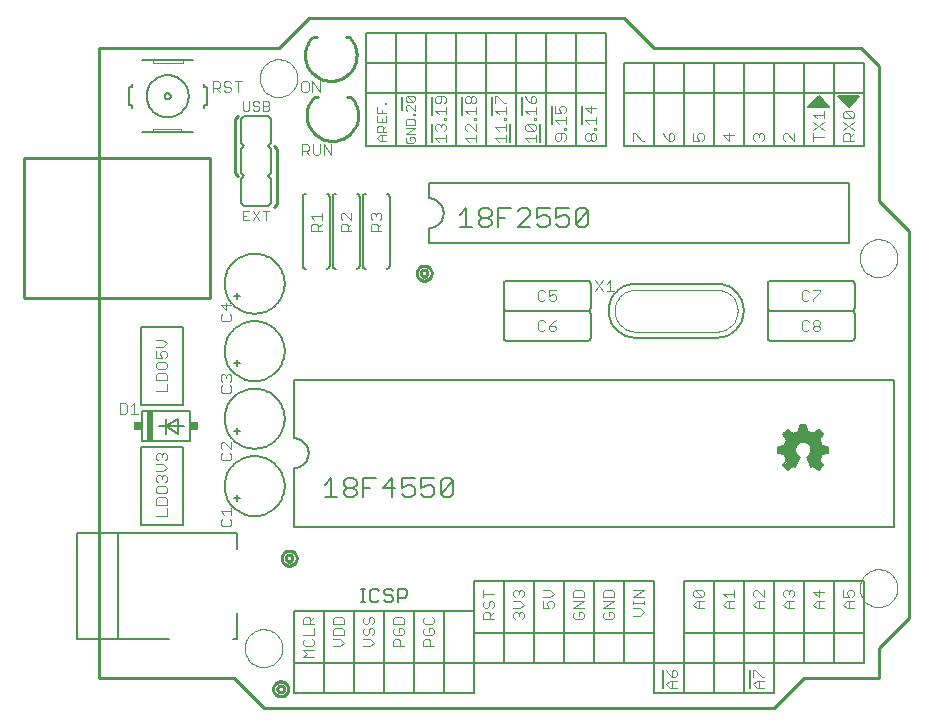
<source format=gto>
G75*
G70*
%OFA0B0*%
%FSLAX24Y24*%
%IPPOS*%
%LPD*%
%AMOC8*
5,1,8,0,0,1.08239X$1,22.5*
%
%ADD10C,0.0000*%
%ADD11C,0.0100*%
%ADD12C,0.0040*%
%ADD13C,0.0060*%
%ADD14C,0.0140*%
%ADD15C,0.0030*%
%ADD16C,0.0050*%
%ADD17C,0.0070*%
%ADD18C,0.0080*%
%ADD19C,0.0020*%
%ADD20R,0.0200X0.1000*%
%ADD21R,0.0250X0.0300*%
D10*
X007531Y015342D02*
X007533Y015392D01*
X007539Y015442D01*
X007549Y015491D01*
X007563Y015539D01*
X007580Y015586D01*
X007601Y015631D01*
X007626Y015675D01*
X007654Y015716D01*
X007686Y015755D01*
X007720Y015792D01*
X007757Y015826D01*
X007797Y015856D01*
X007839Y015883D01*
X007883Y015907D01*
X007929Y015928D01*
X007976Y015944D01*
X008024Y015957D01*
X008074Y015966D01*
X008123Y015971D01*
X008174Y015972D01*
X008224Y015969D01*
X008273Y015962D01*
X008322Y015951D01*
X008370Y015936D01*
X008416Y015918D01*
X008461Y015896D01*
X008504Y015870D01*
X008545Y015841D01*
X008584Y015809D01*
X008620Y015774D01*
X008652Y015736D01*
X008682Y015696D01*
X008709Y015653D01*
X008732Y015609D01*
X008751Y015563D01*
X008767Y015515D01*
X008779Y015466D01*
X008787Y015417D01*
X008791Y015367D01*
X008791Y015317D01*
X008787Y015267D01*
X008779Y015218D01*
X008767Y015169D01*
X008751Y015121D01*
X008732Y015075D01*
X008709Y015031D01*
X008682Y014988D01*
X008652Y014948D01*
X008620Y014910D01*
X008584Y014875D01*
X008545Y014843D01*
X008504Y014814D01*
X008461Y014788D01*
X008416Y014766D01*
X008370Y014748D01*
X008322Y014733D01*
X008273Y014722D01*
X008224Y014715D01*
X008174Y014712D01*
X008123Y014713D01*
X008074Y014718D01*
X008024Y014727D01*
X007976Y014740D01*
X007929Y014756D01*
X007883Y014777D01*
X007839Y014801D01*
X007797Y014828D01*
X007757Y014858D01*
X007720Y014892D01*
X007686Y014929D01*
X007654Y014968D01*
X007626Y015009D01*
X007601Y015053D01*
X007580Y015098D01*
X007563Y015145D01*
X007549Y015193D01*
X007539Y015242D01*
X007533Y015292D01*
X007531Y015342D01*
X028031Y017342D02*
X028033Y017392D01*
X028039Y017442D01*
X028049Y017491D01*
X028063Y017539D01*
X028080Y017586D01*
X028101Y017631D01*
X028126Y017675D01*
X028154Y017716D01*
X028186Y017755D01*
X028220Y017792D01*
X028257Y017826D01*
X028297Y017856D01*
X028339Y017883D01*
X028383Y017907D01*
X028429Y017928D01*
X028476Y017944D01*
X028524Y017957D01*
X028574Y017966D01*
X028623Y017971D01*
X028674Y017972D01*
X028724Y017969D01*
X028773Y017962D01*
X028822Y017951D01*
X028870Y017936D01*
X028916Y017918D01*
X028961Y017896D01*
X029004Y017870D01*
X029045Y017841D01*
X029084Y017809D01*
X029120Y017774D01*
X029152Y017736D01*
X029182Y017696D01*
X029209Y017653D01*
X029232Y017609D01*
X029251Y017563D01*
X029267Y017515D01*
X029279Y017466D01*
X029287Y017417D01*
X029291Y017367D01*
X029291Y017317D01*
X029287Y017267D01*
X029279Y017218D01*
X029267Y017169D01*
X029251Y017121D01*
X029232Y017075D01*
X029209Y017031D01*
X029182Y016988D01*
X029152Y016948D01*
X029120Y016910D01*
X029084Y016875D01*
X029045Y016843D01*
X029004Y016814D01*
X028961Y016788D01*
X028916Y016766D01*
X028870Y016748D01*
X028822Y016733D01*
X028773Y016722D01*
X028724Y016715D01*
X028674Y016712D01*
X028623Y016713D01*
X028574Y016718D01*
X028524Y016727D01*
X028476Y016740D01*
X028429Y016756D01*
X028383Y016777D01*
X028339Y016801D01*
X028297Y016828D01*
X028257Y016858D01*
X028220Y016892D01*
X028186Y016929D01*
X028154Y016968D01*
X028126Y017009D01*
X028101Y017053D01*
X028080Y017098D01*
X028063Y017145D01*
X028049Y017193D01*
X028039Y017242D01*
X028033Y017292D01*
X028031Y017342D01*
X028031Y028342D02*
X028033Y028392D01*
X028039Y028442D01*
X028049Y028491D01*
X028063Y028539D01*
X028080Y028586D01*
X028101Y028631D01*
X028126Y028675D01*
X028154Y028716D01*
X028186Y028755D01*
X028220Y028792D01*
X028257Y028826D01*
X028297Y028856D01*
X028339Y028883D01*
X028383Y028907D01*
X028429Y028928D01*
X028476Y028944D01*
X028524Y028957D01*
X028574Y028966D01*
X028623Y028971D01*
X028674Y028972D01*
X028724Y028969D01*
X028773Y028962D01*
X028822Y028951D01*
X028870Y028936D01*
X028916Y028918D01*
X028961Y028896D01*
X029004Y028870D01*
X029045Y028841D01*
X029084Y028809D01*
X029120Y028774D01*
X029152Y028736D01*
X029182Y028696D01*
X029209Y028653D01*
X029232Y028609D01*
X029251Y028563D01*
X029267Y028515D01*
X029279Y028466D01*
X029287Y028417D01*
X029291Y028367D01*
X029291Y028317D01*
X029287Y028267D01*
X029279Y028218D01*
X029267Y028169D01*
X029251Y028121D01*
X029232Y028075D01*
X029209Y028031D01*
X029182Y027988D01*
X029152Y027948D01*
X029120Y027910D01*
X029084Y027875D01*
X029045Y027843D01*
X029004Y027814D01*
X028961Y027788D01*
X028916Y027766D01*
X028870Y027748D01*
X028822Y027733D01*
X028773Y027722D01*
X028724Y027715D01*
X028674Y027712D01*
X028623Y027713D01*
X028574Y027718D01*
X028524Y027727D01*
X028476Y027740D01*
X028429Y027756D01*
X028383Y027777D01*
X028339Y027801D01*
X028297Y027828D01*
X028257Y027858D01*
X028220Y027892D01*
X028186Y027929D01*
X028154Y027968D01*
X028126Y028009D01*
X028101Y028053D01*
X028080Y028098D01*
X028063Y028145D01*
X028049Y028193D01*
X028039Y028242D01*
X028033Y028292D01*
X028031Y028342D01*
X008031Y034342D02*
X008033Y034392D01*
X008039Y034442D01*
X008049Y034491D01*
X008063Y034539D01*
X008080Y034586D01*
X008101Y034631D01*
X008126Y034675D01*
X008154Y034716D01*
X008186Y034755D01*
X008220Y034792D01*
X008257Y034826D01*
X008297Y034856D01*
X008339Y034883D01*
X008383Y034907D01*
X008429Y034928D01*
X008476Y034944D01*
X008524Y034957D01*
X008574Y034966D01*
X008623Y034971D01*
X008674Y034972D01*
X008724Y034969D01*
X008773Y034962D01*
X008822Y034951D01*
X008870Y034936D01*
X008916Y034918D01*
X008961Y034896D01*
X009004Y034870D01*
X009045Y034841D01*
X009084Y034809D01*
X009120Y034774D01*
X009152Y034736D01*
X009182Y034696D01*
X009209Y034653D01*
X009232Y034609D01*
X009251Y034563D01*
X009267Y034515D01*
X009279Y034466D01*
X009287Y034417D01*
X009291Y034367D01*
X009291Y034317D01*
X009287Y034267D01*
X009279Y034218D01*
X009267Y034169D01*
X009251Y034121D01*
X009232Y034075D01*
X009209Y034031D01*
X009182Y033988D01*
X009152Y033948D01*
X009120Y033910D01*
X009084Y033875D01*
X009045Y033843D01*
X009004Y033814D01*
X008961Y033788D01*
X008916Y033766D01*
X008870Y033748D01*
X008822Y033733D01*
X008773Y033722D01*
X008724Y033715D01*
X008674Y033712D01*
X008623Y033713D01*
X008574Y033718D01*
X008524Y033727D01*
X008476Y033740D01*
X008429Y033756D01*
X008383Y033777D01*
X008339Y033801D01*
X008297Y033828D01*
X008257Y033858D01*
X008220Y033892D01*
X008186Y033929D01*
X008154Y033968D01*
X008126Y034009D01*
X008101Y034053D01*
X008080Y034098D01*
X008063Y034145D01*
X008049Y034193D01*
X008039Y034242D01*
X008033Y034292D01*
X008031Y034342D01*
D11*
X007161Y014342D02*
X008161Y013342D01*
X025161Y013342D01*
X026161Y014342D01*
X028661Y014342D01*
X028661Y015342D01*
X029661Y016342D01*
X029661Y029242D01*
X028661Y030242D01*
X028661Y034742D01*
X028061Y035342D01*
X021161Y035342D01*
X020161Y036342D01*
X009661Y036342D01*
X008661Y035342D01*
X002661Y035342D01*
X002661Y014342D01*
X007161Y014342D01*
X008619Y013982D02*
X008621Y014003D01*
X008627Y014022D01*
X008636Y014041D01*
X008648Y014057D01*
X008664Y014071D01*
X008681Y014082D01*
X008700Y014090D01*
X008721Y014094D01*
X008741Y014094D01*
X008762Y014090D01*
X008781Y014082D01*
X008798Y014071D01*
X008814Y014057D01*
X008826Y014041D01*
X008835Y014022D01*
X008841Y014003D01*
X008843Y013982D01*
X008841Y013961D01*
X008835Y013942D01*
X008826Y013923D01*
X008814Y013907D01*
X008798Y013893D01*
X008781Y013882D01*
X008762Y013874D01*
X008741Y013870D01*
X008721Y013870D01*
X008700Y013874D01*
X008681Y013882D01*
X008664Y013893D01*
X008648Y013907D01*
X008636Y013923D01*
X008627Y013942D01*
X008621Y013961D01*
X008619Y013982D01*
X008481Y013982D02*
X008483Y014013D01*
X008489Y014044D01*
X008499Y014074D01*
X008512Y014102D01*
X008529Y014129D01*
X008549Y014153D01*
X008572Y014175D01*
X008597Y014193D01*
X008625Y014208D01*
X008654Y014220D01*
X008684Y014228D01*
X008715Y014232D01*
X008747Y014232D01*
X008778Y014228D01*
X008808Y014220D01*
X008837Y014208D01*
X008865Y014193D01*
X008890Y014175D01*
X008913Y014153D01*
X008933Y014129D01*
X008950Y014102D01*
X008963Y014074D01*
X008973Y014044D01*
X008979Y014013D01*
X008981Y013982D01*
X008979Y013951D01*
X008973Y013920D01*
X008963Y013890D01*
X008950Y013862D01*
X008933Y013835D01*
X008913Y013811D01*
X008890Y013789D01*
X008865Y013771D01*
X008837Y013756D01*
X008808Y013744D01*
X008778Y013736D01*
X008747Y013732D01*
X008715Y013732D01*
X008684Y013736D01*
X008654Y013744D01*
X008625Y013756D01*
X008597Y013771D01*
X008572Y013789D01*
X008549Y013811D01*
X008529Y013835D01*
X008512Y013862D01*
X008499Y013890D01*
X008489Y013920D01*
X008483Y013951D01*
X008481Y013982D01*
X008899Y018342D02*
X008901Y018363D01*
X008907Y018382D01*
X008916Y018401D01*
X008928Y018417D01*
X008944Y018431D01*
X008961Y018442D01*
X008980Y018450D01*
X009001Y018454D01*
X009021Y018454D01*
X009042Y018450D01*
X009061Y018442D01*
X009078Y018431D01*
X009094Y018417D01*
X009106Y018401D01*
X009115Y018382D01*
X009121Y018363D01*
X009123Y018342D01*
X009121Y018321D01*
X009115Y018302D01*
X009106Y018283D01*
X009094Y018267D01*
X009078Y018253D01*
X009061Y018242D01*
X009042Y018234D01*
X009021Y018230D01*
X009001Y018230D01*
X008980Y018234D01*
X008961Y018242D01*
X008944Y018253D01*
X008928Y018267D01*
X008916Y018283D01*
X008907Y018302D01*
X008901Y018321D01*
X008899Y018342D01*
X008761Y018342D02*
X008763Y018373D01*
X008769Y018404D01*
X008779Y018434D01*
X008792Y018462D01*
X008809Y018489D01*
X008829Y018513D01*
X008852Y018535D01*
X008877Y018553D01*
X008905Y018568D01*
X008934Y018580D01*
X008964Y018588D01*
X008995Y018592D01*
X009027Y018592D01*
X009058Y018588D01*
X009088Y018580D01*
X009117Y018568D01*
X009145Y018553D01*
X009170Y018535D01*
X009193Y018513D01*
X009213Y018489D01*
X009230Y018462D01*
X009243Y018434D01*
X009253Y018404D01*
X009259Y018373D01*
X009261Y018342D01*
X009259Y018311D01*
X009253Y018280D01*
X009243Y018250D01*
X009230Y018222D01*
X009213Y018195D01*
X009193Y018171D01*
X009170Y018149D01*
X009145Y018131D01*
X009117Y018116D01*
X009088Y018104D01*
X009058Y018096D01*
X009027Y018092D01*
X008995Y018092D01*
X008964Y018096D01*
X008934Y018104D01*
X008905Y018116D01*
X008877Y018131D01*
X008852Y018149D01*
X008829Y018171D01*
X008809Y018195D01*
X008792Y018222D01*
X008779Y018250D01*
X008769Y018280D01*
X008763Y018311D01*
X008761Y018342D01*
X006366Y027019D02*
X000165Y027019D01*
X000165Y031665D01*
X006366Y031665D01*
X006366Y027019D01*
X008511Y030042D02*
X008611Y030142D01*
X008611Y031992D01*
X008511Y032092D01*
X007311Y033092D02*
X007211Y032992D01*
X007211Y031192D01*
X007311Y031092D01*
X009843Y033716D02*
X009978Y033716D01*
X009803Y033671D02*
X009767Y033626D01*
X009733Y033578D01*
X009703Y033529D01*
X009676Y033477D01*
X009653Y033424D01*
X009634Y033370D01*
X009618Y033314D01*
X009606Y033257D01*
X009598Y033200D01*
X009594Y033142D01*
X009593Y033084D01*
X009597Y033026D01*
X009604Y032969D01*
X009616Y032912D01*
X009631Y032856D01*
X009650Y032801D01*
X009672Y032748D01*
X009698Y032696D01*
X009728Y032646D01*
X009761Y032598D01*
X009797Y032553D01*
X009835Y032510D01*
X009877Y032470D01*
X009922Y032432D01*
X009968Y032398D01*
X010017Y032367D01*
X010068Y032340D01*
X010121Y032315D01*
X010175Y032295D01*
X010231Y032278D01*
X010287Y032265D01*
X010344Y032256D01*
X010402Y032250D01*
X010460Y032249D01*
X010518Y032252D01*
X010575Y032258D01*
X010632Y032268D01*
X010689Y032282D01*
X010744Y032300D01*
X010798Y032322D01*
X010850Y032347D01*
X010900Y032375D01*
X010949Y032407D01*
X010995Y032442D01*
X011038Y032480D01*
X011079Y032521D01*
X011118Y032565D01*
X011153Y032611D01*
X011185Y032659D01*
X011213Y032710D01*
X011238Y032762D01*
X011260Y032816D01*
X011278Y032871D01*
X011292Y032927D01*
X011302Y032984D01*
X011308Y033042D01*
X011311Y033100D01*
X011310Y033158D01*
X011304Y033215D01*
X011295Y033273D01*
X011282Y033329D01*
X011265Y033385D01*
X011245Y033439D01*
X011221Y033491D01*
X011193Y033542D01*
X011162Y033591D01*
X011128Y033638D01*
X011091Y033683D01*
X011084Y033704D02*
X010949Y033704D01*
X011041Y035683D02*
X011078Y035638D01*
X011112Y035591D01*
X011143Y035542D01*
X011171Y035491D01*
X011195Y035439D01*
X011215Y035385D01*
X011232Y035329D01*
X011245Y035273D01*
X011254Y035215D01*
X011260Y035158D01*
X011261Y035100D01*
X011258Y035042D01*
X011252Y034984D01*
X011242Y034927D01*
X011228Y034871D01*
X011210Y034816D01*
X011188Y034762D01*
X011163Y034710D01*
X011135Y034659D01*
X011103Y034611D01*
X011068Y034565D01*
X011029Y034521D01*
X010988Y034480D01*
X010945Y034442D01*
X010899Y034407D01*
X010850Y034375D01*
X010800Y034347D01*
X010748Y034322D01*
X010694Y034300D01*
X010639Y034282D01*
X010582Y034268D01*
X010525Y034258D01*
X010468Y034252D01*
X010410Y034249D01*
X010352Y034250D01*
X010294Y034256D01*
X010237Y034265D01*
X010181Y034278D01*
X010125Y034295D01*
X010071Y034315D01*
X010018Y034340D01*
X009967Y034367D01*
X009918Y034398D01*
X009872Y034432D01*
X009827Y034470D01*
X009785Y034510D01*
X009747Y034553D01*
X009711Y034598D01*
X009678Y034646D01*
X009648Y034696D01*
X009622Y034748D01*
X009600Y034801D01*
X009581Y034856D01*
X009566Y034912D01*
X009554Y034969D01*
X009547Y035026D01*
X009543Y035084D01*
X009544Y035142D01*
X009548Y035200D01*
X009556Y035257D01*
X009568Y035314D01*
X009584Y035370D01*
X009603Y035424D01*
X009626Y035477D01*
X009653Y035529D01*
X009683Y035578D01*
X009717Y035626D01*
X009753Y035671D01*
X009793Y035716D02*
X009928Y035716D01*
X010899Y035704D02*
X011034Y035704D01*
X013399Y027842D02*
X013401Y027863D01*
X013407Y027882D01*
X013416Y027901D01*
X013428Y027917D01*
X013444Y027931D01*
X013461Y027942D01*
X013480Y027950D01*
X013501Y027954D01*
X013521Y027954D01*
X013542Y027950D01*
X013561Y027942D01*
X013578Y027931D01*
X013594Y027917D01*
X013606Y027901D01*
X013615Y027882D01*
X013621Y027863D01*
X013623Y027842D01*
X013621Y027821D01*
X013615Y027802D01*
X013606Y027783D01*
X013594Y027767D01*
X013578Y027753D01*
X013561Y027742D01*
X013542Y027734D01*
X013521Y027730D01*
X013501Y027730D01*
X013480Y027734D01*
X013461Y027742D01*
X013444Y027753D01*
X013428Y027767D01*
X013416Y027783D01*
X013407Y027802D01*
X013401Y027821D01*
X013399Y027842D01*
X013261Y027842D02*
X013263Y027873D01*
X013269Y027904D01*
X013279Y027934D01*
X013292Y027962D01*
X013309Y027989D01*
X013329Y028013D01*
X013352Y028035D01*
X013377Y028053D01*
X013405Y028068D01*
X013434Y028080D01*
X013464Y028088D01*
X013495Y028092D01*
X013527Y028092D01*
X013558Y028088D01*
X013588Y028080D01*
X013617Y028068D01*
X013645Y028053D01*
X013670Y028035D01*
X013693Y028013D01*
X013713Y027989D01*
X013730Y027962D01*
X013743Y027934D01*
X013753Y027904D01*
X013759Y027873D01*
X013761Y027842D01*
X013759Y027811D01*
X013753Y027780D01*
X013743Y027750D01*
X013730Y027722D01*
X013713Y027695D01*
X013693Y027671D01*
X013670Y027649D01*
X013645Y027631D01*
X013617Y027616D01*
X013588Y027604D01*
X013558Y027596D01*
X013527Y027592D01*
X013495Y027592D01*
X013464Y027596D01*
X013434Y027604D01*
X013405Y027616D01*
X013377Y027631D01*
X013352Y027649D01*
X013329Y027671D01*
X013309Y027695D01*
X013292Y027722D01*
X013279Y027750D01*
X013269Y027780D01*
X013263Y027811D01*
X013261Y027842D01*
X026411Y033442D02*
X026661Y033692D01*
X026911Y033442D01*
X026511Y033442D01*
X027411Y033692D02*
X027811Y033692D01*
X027911Y033692D02*
X027661Y033442D01*
X027411Y033692D01*
D12*
X027541Y033239D02*
X027781Y032999D01*
X027841Y033059D01*
X027841Y033179D01*
X027781Y033239D01*
X027541Y033239D01*
X027481Y033179D01*
X027481Y033059D01*
X027541Y032999D01*
X027781Y032999D01*
X027841Y032871D02*
X027481Y032630D01*
X027541Y032502D02*
X027661Y032502D01*
X027721Y032442D01*
X027721Y032262D01*
X027841Y032262D02*
X027481Y032262D01*
X027481Y032442D01*
X027541Y032502D01*
X027721Y032382D02*
X027841Y032502D01*
X027841Y032630D02*
X027481Y032871D01*
X026841Y032871D02*
X026481Y032630D01*
X026481Y032502D02*
X026481Y032262D01*
X026481Y032382D02*
X026841Y032382D01*
X026841Y032630D02*
X026481Y032871D01*
X026601Y032999D02*
X026481Y033119D01*
X026841Y033119D01*
X026841Y032999D02*
X026841Y033239D01*
X025841Y032502D02*
X025841Y032262D01*
X025601Y032502D01*
X025541Y032502D01*
X025481Y032442D01*
X025481Y032322D01*
X025541Y032262D01*
X024841Y032322D02*
X024841Y032442D01*
X024781Y032502D01*
X024721Y032502D01*
X024661Y032442D01*
X024661Y032382D01*
X024661Y032442D02*
X024601Y032502D01*
X024541Y032502D01*
X024481Y032442D01*
X024481Y032322D01*
X024541Y032262D01*
X024781Y032262D02*
X024841Y032322D01*
X023841Y032442D02*
X023481Y032442D01*
X023661Y032262D01*
X023661Y032502D01*
X022841Y032442D02*
X022841Y032322D01*
X022781Y032262D01*
X022661Y032262D02*
X022601Y032382D01*
X022601Y032442D01*
X022661Y032502D01*
X022781Y032502D01*
X022841Y032442D01*
X022661Y032262D02*
X022481Y032262D01*
X022481Y032502D01*
X021841Y032442D02*
X021841Y032322D01*
X021781Y032262D01*
X021661Y032262D01*
X021661Y032442D01*
X021721Y032502D01*
X021781Y032502D01*
X021841Y032442D01*
X021661Y032262D02*
X021541Y032382D01*
X021481Y032502D01*
X020841Y032262D02*
X020781Y032262D01*
X020541Y032502D01*
X020481Y032502D01*
X020481Y032262D01*
X019241Y032322D02*
X019181Y032262D01*
X019121Y032262D01*
X019061Y032322D01*
X019061Y032442D01*
X019121Y032502D01*
X019181Y032502D01*
X019241Y032442D01*
X019241Y032322D01*
X019061Y032322D02*
X019001Y032262D01*
X018941Y032262D01*
X018881Y032322D01*
X018881Y032442D01*
X018941Y032502D01*
X019001Y032502D01*
X019061Y032442D01*
X019181Y032630D02*
X019181Y032690D01*
X019241Y032690D01*
X019241Y032630D01*
X019181Y032630D01*
X019241Y032814D02*
X019241Y033055D01*
X019241Y032935D02*
X018881Y032935D01*
X019001Y032814D01*
X019061Y033183D02*
X019061Y033423D01*
X019241Y033363D02*
X018881Y033363D01*
X019061Y033183D01*
X018241Y033243D02*
X018181Y033183D01*
X018241Y033243D02*
X018241Y033363D01*
X018181Y033423D01*
X018061Y033423D01*
X018001Y033363D01*
X018001Y033303D01*
X018061Y033183D01*
X017881Y033183D01*
X017881Y033423D01*
X017881Y032935D02*
X018241Y032935D01*
X018241Y033055D02*
X018241Y032814D01*
X018241Y032690D02*
X018241Y032630D01*
X018181Y032630D01*
X018181Y032690D01*
X018241Y032690D01*
X018181Y032502D02*
X017941Y032502D01*
X017881Y032442D01*
X017881Y032322D01*
X017941Y032262D01*
X018001Y032262D01*
X018061Y032322D01*
X018061Y032502D01*
X018181Y032502D02*
X018241Y032442D01*
X018241Y032322D01*
X018181Y032262D01*
X018001Y032814D02*
X017881Y032935D01*
X017241Y032949D02*
X017241Y033009D01*
X017181Y033009D01*
X017181Y032949D01*
X017241Y032949D01*
X017181Y032821D02*
X017241Y032760D01*
X017241Y032640D01*
X017181Y032580D01*
X016941Y032821D01*
X017181Y032821D01*
X016941Y032821D02*
X016881Y032760D01*
X016881Y032640D01*
X016941Y032580D01*
X017181Y032580D01*
X017241Y032452D02*
X017241Y032212D01*
X017241Y032332D02*
X016881Y032332D01*
X017001Y032212D01*
X016241Y032212D02*
X016241Y032452D01*
X016241Y032332D02*
X015881Y032332D01*
X016001Y032212D01*
X016001Y032580D02*
X015881Y032700D01*
X016241Y032700D01*
X016241Y032580D02*
X016241Y032821D01*
X016241Y032949D02*
X016241Y033009D01*
X016181Y033009D01*
X016181Y032949D01*
X016241Y032949D01*
X016241Y033133D02*
X016241Y033373D01*
X016241Y033253D02*
X015881Y033253D01*
X016001Y033133D01*
X015881Y033501D02*
X015881Y033741D01*
X015941Y033741D01*
X016181Y033501D01*
X016241Y033501D01*
X016881Y033741D02*
X016941Y033621D01*
X017061Y033501D01*
X017061Y033681D01*
X017121Y033741D01*
X017181Y033741D01*
X017241Y033681D01*
X017241Y033561D01*
X017181Y033501D01*
X017061Y033501D01*
X017241Y033373D02*
X017241Y033133D01*
X017241Y033253D02*
X016881Y033253D01*
X017001Y033133D01*
X015241Y033133D02*
X015241Y033373D01*
X015241Y033253D02*
X014881Y033253D01*
X015001Y033133D01*
X015181Y033009D02*
X015241Y033009D01*
X015241Y032949D01*
X015181Y032949D01*
X015181Y033009D01*
X015241Y032821D02*
X015241Y032580D01*
X015001Y032821D01*
X014941Y032821D01*
X014881Y032760D01*
X014881Y032640D01*
X014941Y032580D01*
X014881Y032332D02*
X015241Y032332D01*
X015241Y032212D02*
X015241Y032452D01*
X015001Y032212D02*
X014881Y032332D01*
X014241Y032332D02*
X013881Y032332D01*
X014001Y032212D01*
X014241Y032212D02*
X014241Y032452D01*
X014181Y032580D02*
X014241Y032640D01*
X014241Y032760D01*
X014181Y032821D01*
X014121Y032821D01*
X014061Y032760D01*
X014061Y032700D01*
X014061Y032760D02*
X014001Y032821D01*
X013941Y032821D01*
X013881Y032760D01*
X013881Y032640D01*
X013941Y032580D01*
X014181Y032949D02*
X014181Y033009D01*
X014241Y033009D01*
X014241Y032949D01*
X014181Y032949D01*
X014241Y033133D02*
X014241Y033373D01*
X014241Y033253D02*
X013881Y033253D01*
X014001Y033133D01*
X014001Y033501D02*
X014061Y033561D01*
X014061Y033741D01*
X014181Y033741D02*
X013941Y033741D01*
X013881Y033681D01*
X013881Y033561D01*
X013941Y033501D01*
X014001Y033501D01*
X014181Y033501D02*
X014241Y033561D01*
X014241Y033681D01*
X014181Y033741D01*
X014881Y033681D02*
X014941Y033741D01*
X015001Y033741D01*
X015061Y033681D01*
X015061Y033561D01*
X015001Y033501D01*
X014941Y033501D01*
X014881Y033561D01*
X014881Y033681D01*
X015061Y033681D02*
X015121Y033741D01*
X015181Y033741D01*
X015241Y033681D01*
X015241Y033561D01*
X015181Y033501D01*
X015121Y033501D01*
X015061Y033561D01*
X012028Y029864D02*
X012088Y029804D01*
X012088Y029684D01*
X012028Y029624D01*
X012088Y029496D02*
X011968Y029376D01*
X011968Y029436D02*
X011968Y029255D01*
X012088Y029255D02*
X011728Y029255D01*
X011728Y029436D01*
X011788Y029496D01*
X011908Y029496D01*
X011968Y029436D01*
X011788Y029624D02*
X011728Y029684D01*
X011728Y029804D01*
X011788Y029864D01*
X011848Y029864D01*
X011908Y029804D01*
X011968Y029864D01*
X012028Y029864D01*
X011908Y029804D02*
X011908Y029744D01*
X011088Y029864D02*
X011088Y029624D01*
X010848Y029864D01*
X010788Y029864D01*
X010728Y029804D01*
X010728Y029684D01*
X010788Y029624D01*
X010788Y029496D02*
X010908Y029496D01*
X010968Y029436D01*
X010968Y029255D01*
X011088Y029255D02*
X010728Y029255D01*
X010728Y029436D01*
X010788Y029496D01*
X010968Y029376D02*
X011088Y029496D01*
X010098Y029496D02*
X009978Y029376D01*
X009978Y029436D02*
X009978Y029255D01*
X010098Y029255D02*
X009738Y029255D01*
X009738Y029436D01*
X009798Y029496D01*
X009918Y029496D01*
X009978Y029436D01*
X009858Y029624D02*
X009738Y029744D01*
X010098Y029744D01*
X010098Y029624D02*
X010098Y029864D01*
X008347Y029922D02*
X008134Y029922D01*
X008240Y029922D02*
X008240Y029602D01*
X008016Y029602D02*
X007802Y029922D01*
X007684Y029922D02*
X007471Y029922D01*
X007471Y029602D01*
X007684Y029602D01*
X007802Y029602D02*
X008016Y029922D01*
X007578Y029762D02*
X007471Y029762D01*
X009441Y031782D02*
X009441Y032142D01*
X009621Y032142D01*
X009681Y032082D01*
X009681Y031962D01*
X009621Y031902D01*
X009441Y031902D01*
X009561Y031902D02*
X009681Y031782D01*
X009809Y031842D02*
X009869Y031782D01*
X009989Y031782D01*
X010049Y031842D01*
X010049Y032142D01*
X010177Y032142D02*
X010418Y031782D01*
X010418Y032142D01*
X010177Y032142D02*
X010177Y031782D01*
X009809Y031842D02*
X009809Y032142D01*
X008347Y033315D02*
X008294Y033262D01*
X008134Y033262D01*
X008134Y033582D01*
X008294Y033582D01*
X008347Y033529D01*
X008347Y033476D01*
X008294Y033422D01*
X008134Y033422D01*
X008016Y033369D02*
X008016Y033315D01*
X007962Y033262D01*
X007856Y033262D01*
X007802Y033315D01*
X007684Y033315D02*
X007684Y033582D01*
X007802Y033529D02*
X007802Y033476D01*
X007856Y033422D01*
X007962Y033422D01*
X008016Y033369D01*
X008016Y033529D02*
X007962Y033582D01*
X007856Y033582D01*
X007802Y033529D01*
X007684Y033315D02*
X007631Y033262D01*
X007524Y033262D01*
X007471Y033315D01*
X007471Y033582D01*
X007317Y033882D02*
X007317Y034242D01*
X007197Y034242D02*
X007438Y034242D01*
X007069Y034182D02*
X007009Y034242D01*
X006889Y034242D01*
X006829Y034182D01*
X006829Y034122D01*
X006889Y034062D01*
X007009Y034062D01*
X007069Y034002D01*
X007069Y033942D01*
X007009Y033882D01*
X006889Y033882D01*
X006829Y033942D01*
X006701Y033882D02*
X006581Y034002D01*
X006641Y034002D02*
X006461Y034002D01*
X006461Y033882D02*
X006461Y034242D01*
X006641Y034242D01*
X006701Y034182D01*
X006701Y034062D01*
X006641Y034002D01*
X008294Y033422D02*
X008347Y033369D01*
X008347Y033315D01*
X009421Y033952D02*
X009421Y034192D01*
X009481Y034252D01*
X009601Y034252D01*
X009661Y034192D01*
X009661Y033952D01*
X009601Y033892D01*
X009481Y033892D01*
X009421Y033952D01*
X009789Y033892D02*
X009789Y034252D01*
X010029Y033892D01*
X010029Y034252D01*
X017305Y027213D02*
X017305Y026973D01*
X017365Y026913D01*
X017485Y026913D01*
X017545Y026973D01*
X017673Y026973D02*
X017733Y026913D01*
X017853Y026913D01*
X017913Y026973D01*
X017913Y027093D01*
X017853Y027153D01*
X017793Y027153D01*
X017673Y027093D01*
X017673Y027273D01*
X017913Y027273D01*
X017545Y027213D02*
X017485Y027273D01*
X017365Y027273D01*
X017305Y027213D01*
X017365Y026273D02*
X017305Y026213D01*
X017305Y025973D01*
X017365Y025913D01*
X017485Y025913D01*
X017545Y025973D01*
X017673Y025973D02*
X017733Y025913D01*
X017853Y025913D01*
X017913Y025973D01*
X017913Y026033D01*
X017853Y026093D01*
X017673Y026093D01*
X017673Y025973D01*
X017673Y026093D02*
X017793Y026213D01*
X017913Y026273D01*
X017545Y026213D02*
X017485Y026273D01*
X017365Y026273D01*
X019224Y027242D02*
X019464Y027602D01*
X019592Y027482D02*
X019713Y027602D01*
X019713Y027242D01*
X019833Y027242D02*
X019592Y027242D01*
X019464Y027242D02*
X019224Y027602D01*
X026105Y027213D02*
X026105Y026973D01*
X026165Y026913D01*
X026285Y026913D01*
X026345Y026973D01*
X026473Y026973D02*
X026713Y027213D01*
X026713Y027273D01*
X026473Y027273D01*
X026345Y027213D02*
X026285Y027273D01*
X026165Y027273D01*
X026105Y027213D01*
X026473Y026973D02*
X026473Y026913D01*
X026533Y026273D02*
X026653Y026273D01*
X026713Y026213D01*
X026713Y026153D01*
X026653Y026093D01*
X026533Y026093D01*
X026473Y026153D01*
X026473Y026213D01*
X026533Y026273D01*
X026533Y026093D02*
X026473Y026033D01*
X026473Y025973D01*
X026533Y025913D01*
X026653Y025913D01*
X026713Y025973D01*
X026713Y026033D01*
X026653Y026093D01*
X026345Y026213D02*
X026285Y026273D01*
X026165Y026273D01*
X026105Y026213D01*
X026105Y025973D01*
X026165Y025913D01*
X026285Y025913D01*
X026345Y025973D01*
X026661Y017284D02*
X026661Y017044D01*
X026481Y017224D01*
X026841Y017224D01*
X026841Y016916D02*
X026601Y016916D01*
X026481Y016796D01*
X026601Y016675D01*
X026841Y016675D01*
X026661Y016675D02*
X026661Y016916D01*
X025841Y016916D02*
X025601Y016916D01*
X025481Y016796D01*
X025601Y016675D01*
X025841Y016675D01*
X025661Y016675D02*
X025661Y016916D01*
X025781Y017044D02*
X025841Y017104D01*
X025841Y017224D01*
X025781Y017284D01*
X025721Y017284D01*
X025661Y017224D01*
X025661Y017164D01*
X025661Y017224D02*
X025601Y017284D01*
X025541Y017284D01*
X025481Y017224D01*
X025481Y017104D01*
X025541Y017044D01*
X024841Y017044D02*
X024841Y017284D01*
X024841Y017044D02*
X024601Y017284D01*
X024541Y017284D01*
X024481Y017224D01*
X024481Y017104D01*
X024541Y017044D01*
X024601Y016916D02*
X024841Y016916D01*
X024661Y016916D02*
X024661Y016675D01*
X024601Y016675D02*
X024841Y016675D01*
X024601Y016675D02*
X024481Y016796D01*
X024601Y016916D01*
X023841Y016916D02*
X023601Y016916D01*
X023481Y016796D01*
X023601Y016675D01*
X023841Y016675D01*
X023661Y016675D02*
X023661Y016916D01*
X023601Y017044D02*
X023481Y017164D01*
X023841Y017164D01*
X023841Y017044D02*
X023841Y017284D01*
X022841Y017224D02*
X022841Y017104D01*
X022781Y017044D01*
X022541Y017284D01*
X022781Y017284D01*
X022841Y017224D01*
X022781Y017044D02*
X022541Y017044D01*
X022481Y017104D01*
X022481Y017224D01*
X022541Y017284D01*
X022601Y016916D02*
X022841Y016916D01*
X022661Y016916D02*
X022661Y016675D01*
X022601Y016675D02*
X022481Y016796D01*
X022601Y016916D01*
X022601Y016675D02*
X022841Y016675D01*
X020841Y016798D02*
X020841Y016918D01*
X020841Y016858D02*
X020481Y016858D01*
X020481Y016798D02*
X020481Y016918D01*
X020481Y017044D02*
X020841Y017284D01*
X020481Y017284D01*
X020481Y017044D02*
X020841Y017044D01*
X020721Y016670D02*
X020481Y016670D01*
X020721Y016670D02*
X020841Y016550D01*
X020721Y016430D01*
X020481Y016430D01*
X019841Y016487D02*
X019781Y016547D01*
X019661Y016547D01*
X019661Y016427D01*
X019541Y016307D02*
X019781Y016307D01*
X019841Y016367D01*
X019841Y016487D01*
X019841Y016675D02*
X019481Y016675D01*
X019841Y016916D01*
X019481Y016916D01*
X019481Y017044D02*
X019481Y017224D01*
X019541Y017284D01*
X019781Y017284D01*
X019841Y017224D01*
X019841Y017044D01*
X019481Y017044D01*
X019541Y016547D02*
X019481Y016487D01*
X019481Y016367D01*
X019541Y016307D01*
X018841Y016367D02*
X018841Y016487D01*
X018781Y016547D01*
X018661Y016547D01*
X018661Y016427D01*
X018781Y016307D02*
X018841Y016367D01*
X018781Y016307D02*
X018541Y016307D01*
X018481Y016367D01*
X018481Y016487D01*
X018541Y016547D01*
X018481Y016675D02*
X018841Y016916D01*
X018481Y016916D01*
X018481Y017044D02*
X018481Y017224D01*
X018541Y017284D01*
X018781Y017284D01*
X018841Y017224D01*
X018841Y017044D01*
X018481Y017044D01*
X018481Y016675D02*
X018841Y016675D01*
X017841Y016735D02*
X017781Y016675D01*
X017841Y016735D02*
X017841Y016856D01*
X017781Y016916D01*
X017661Y016916D01*
X017601Y016856D01*
X017601Y016796D01*
X017661Y016675D01*
X017481Y016675D01*
X017481Y016916D01*
X017481Y017044D02*
X017721Y017044D01*
X017841Y017164D01*
X017721Y017284D01*
X017481Y017284D01*
X016841Y017224D02*
X016841Y017104D01*
X016781Y017044D01*
X016721Y016916D02*
X016481Y016916D01*
X016541Y017044D02*
X016481Y017104D01*
X016481Y017224D01*
X016541Y017284D01*
X016601Y017284D01*
X016661Y017224D01*
X016721Y017284D01*
X016781Y017284D01*
X016841Y017224D01*
X016661Y017224D02*
X016661Y017164D01*
X016721Y016916D02*
X016841Y016796D01*
X016721Y016675D01*
X016481Y016675D01*
X016541Y016547D02*
X016601Y016547D01*
X016661Y016487D01*
X016721Y016547D01*
X016781Y016547D01*
X016841Y016487D01*
X016841Y016367D01*
X016781Y016307D01*
X016661Y016427D02*
X016661Y016487D01*
X016541Y016547D02*
X016481Y016487D01*
X016481Y016367D01*
X016541Y016307D01*
X015841Y016307D02*
X015481Y016307D01*
X015481Y016487D01*
X015541Y016547D01*
X015661Y016547D01*
X015721Y016487D01*
X015721Y016307D01*
X015721Y016427D02*
X015841Y016547D01*
X015781Y016675D02*
X015841Y016735D01*
X015841Y016856D01*
X015781Y016916D01*
X015721Y016916D01*
X015661Y016856D01*
X015661Y016735D01*
X015601Y016675D01*
X015541Y016675D01*
X015481Y016735D01*
X015481Y016856D01*
X015541Y016916D01*
X015481Y017044D02*
X015481Y017284D01*
X015481Y017164D02*
X015841Y017164D01*
X013841Y016324D02*
X013781Y016384D01*
X013841Y016324D02*
X013841Y016204D01*
X013781Y016144D01*
X013541Y016144D01*
X013481Y016204D01*
X013481Y016324D01*
X013541Y016384D01*
X013541Y016016D02*
X013481Y015956D01*
X013481Y015835D01*
X013541Y015775D01*
X013781Y015775D01*
X013841Y015835D01*
X013841Y015956D01*
X013781Y016016D01*
X013661Y016016D01*
X013661Y015896D01*
X013661Y015647D02*
X013721Y015587D01*
X013721Y015407D01*
X013841Y015407D02*
X013481Y015407D01*
X013481Y015587D01*
X013541Y015647D01*
X013661Y015647D01*
X012841Y015835D02*
X012781Y015775D01*
X012541Y015775D01*
X012481Y015835D01*
X012481Y015956D01*
X012541Y016016D01*
X012661Y016016D02*
X012661Y015896D01*
X012661Y016016D02*
X012781Y016016D01*
X012841Y015956D01*
X012841Y015835D01*
X012661Y015647D02*
X012541Y015647D01*
X012481Y015587D01*
X012481Y015407D01*
X012841Y015407D01*
X012721Y015407D02*
X012721Y015587D01*
X012661Y015647D01*
X012481Y016144D02*
X012841Y016144D01*
X012841Y016324D01*
X012781Y016384D01*
X012541Y016384D01*
X012481Y016324D01*
X012481Y016144D01*
X011841Y016204D02*
X011781Y016144D01*
X011841Y016204D02*
X011841Y016324D01*
X011781Y016384D01*
X011721Y016384D01*
X011661Y016324D01*
X011661Y016204D01*
X011601Y016144D01*
X011541Y016144D01*
X011481Y016204D01*
X011481Y016324D01*
X011541Y016384D01*
X011541Y016016D02*
X011481Y015956D01*
X011481Y015835D01*
X011541Y015775D01*
X011601Y015775D01*
X011661Y015835D01*
X011661Y015956D01*
X011721Y016016D01*
X011781Y016016D01*
X011841Y015956D01*
X011841Y015835D01*
X011781Y015775D01*
X011721Y015647D02*
X011481Y015647D01*
X011721Y015647D02*
X011841Y015527D01*
X011721Y015407D01*
X011481Y015407D01*
X010841Y015527D02*
X010721Y015647D01*
X010481Y015647D01*
X010481Y015775D02*
X010481Y015956D01*
X010541Y016016D01*
X010781Y016016D01*
X010841Y015956D01*
X010841Y015775D01*
X010481Y015775D01*
X010481Y015407D02*
X010721Y015407D01*
X010841Y015527D01*
X010841Y016144D02*
X010481Y016144D01*
X010481Y016324D01*
X010541Y016384D01*
X010781Y016384D01*
X010841Y016324D01*
X010841Y016144D01*
X009841Y016144D02*
X009481Y016144D01*
X009481Y016324D01*
X009541Y016384D01*
X009661Y016384D01*
X009721Y016324D01*
X009721Y016144D01*
X009721Y016264D02*
X009841Y016384D01*
X009841Y016016D02*
X009841Y015775D01*
X009481Y015775D01*
X009541Y015647D02*
X009481Y015587D01*
X009481Y015467D01*
X009541Y015407D01*
X009781Y015407D01*
X009841Y015467D01*
X009841Y015587D01*
X009781Y015647D01*
X009841Y015279D02*
X009481Y015279D01*
X009601Y015159D01*
X009481Y015039D01*
X009841Y015039D01*
X007031Y019412D02*
X007091Y019472D01*
X007091Y019592D01*
X007031Y019652D01*
X007091Y019780D02*
X007091Y020021D01*
X007091Y019900D02*
X006731Y019900D01*
X006851Y019780D01*
X006791Y019652D02*
X006731Y019592D01*
X006731Y019472D01*
X006791Y019412D01*
X007031Y019412D01*
X004941Y019762D02*
X004941Y020002D01*
X004941Y020130D02*
X004941Y020310D01*
X004881Y020371D01*
X004641Y020371D01*
X004581Y020310D01*
X004581Y020130D01*
X004941Y020130D01*
X004941Y019762D02*
X004581Y019762D01*
X004641Y020499D02*
X004881Y020499D01*
X004941Y020559D01*
X004941Y020679D01*
X004881Y020739D01*
X004641Y020739D01*
X004581Y020679D01*
X004581Y020559D01*
X004641Y020499D01*
X004641Y020867D02*
X004581Y020927D01*
X004581Y021047D01*
X004641Y021107D01*
X004701Y021107D01*
X004761Y021047D01*
X004821Y021107D01*
X004881Y021107D01*
X004941Y021047D01*
X004941Y020927D01*
X004881Y020867D01*
X004761Y020987D02*
X004761Y021047D01*
X004821Y021235D02*
X004941Y021355D01*
X004821Y021475D01*
X004581Y021475D01*
X004641Y021604D02*
X004581Y021664D01*
X004581Y021784D01*
X004641Y021844D01*
X004701Y021844D01*
X004761Y021784D01*
X004821Y021844D01*
X004881Y021844D01*
X004941Y021784D01*
X004941Y021664D01*
X004881Y021604D01*
X004761Y021724D02*
X004761Y021784D01*
X004821Y021235D02*
X004581Y021235D01*
X006731Y021662D02*
X006791Y021602D01*
X007031Y021602D01*
X007091Y021662D01*
X007091Y021782D01*
X007031Y021842D01*
X007091Y021970D02*
X006851Y022211D01*
X006791Y022211D01*
X006731Y022150D01*
X006731Y022030D01*
X006791Y021970D01*
X006791Y021842D02*
X006731Y021782D01*
X006731Y021662D01*
X007091Y021970D02*
X007091Y022211D01*
X007031Y023862D02*
X007091Y023922D01*
X007091Y024042D01*
X007031Y024102D01*
X007031Y024230D02*
X007091Y024290D01*
X007091Y024410D01*
X007031Y024471D01*
X006971Y024471D01*
X006911Y024410D01*
X006911Y024350D01*
X006911Y024410D02*
X006851Y024471D01*
X006791Y024471D01*
X006731Y024410D01*
X006731Y024290D01*
X006791Y024230D01*
X006791Y024102D02*
X006731Y024042D01*
X006731Y023922D01*
X006791Y023862D01*
X007031Y023862D01*
X004941Y023912D02*
X004941Y024152D01*
X004941Y024280D02*
X004581Y024280D01*
X004581Y024460D01*
X004641Y024521D01*
X004881Y024521D01*
X004941Y024460D01*
X004941Y024280D01*
X004941Y023912D02*
X004581Y023912D01*
X004641Y024649D02*
X004881Y024649D01*
X004941Y024709D01*
X004941Y024829D01*
X004881Y024889D01*
X004641Y024889D01*
X004581Y024829D01*
X004581Y024709D01*
X004641Y024649D01*
X004581Y025017D02*
X004761Y025017D01*
X004701Y025137D01*
X004701Y025197D01*
X004761Y025257D01*
X004881Y025257D01*
X004941Y025197D01*
X004941Y025077D01*
X004881Y025017D01*
X004581Y025017D02*
X004581Y025257D01*
X004581Y025385D02*
X004821Y025385D01*
X004941Y025505D01*
X004821Y025625D01*
X004581Y025625D01*
X003849Y023522D02*
X003849Y023162D01*
X003729Y023162D02*
X003969Y023162D01*
X003729Y023402D02*
X003849Y023522D01*
X003601Y023462D02*
X003541Y023522D01*
X003361Y023522D01*
X003361Y023162D01*
X003541Y023162D01*
X003601Y023222D01*
X003601Y023462D01*
X006731Y026292D02*
X006791Y026232D01*
X007031Y026232D01*
X007091Y026292D01*
X007091Y026412D01*
X007031Y026472D01*
X006911Y026600D02*
X006911Y026841D01*
X007091Y026780D02*
X006731Y026780D01*
X006911Y026600D01*
X006791Y026472D02*
X006731Y026412D01*
X006731Y026292D01*
X021581Y014621D02*
X021641Y014500D01*
X021761Y014380D01*
X021761Y014560D01*
X021821Y014621D01*
X021881Y014621D01*
X021941Y014560D01*
X021941Y014440D01*
X021881Y014380D01*
X021761Y014380D01*
X021761Y014252D02*
X021761Y014012D01*
X021701Y014012D02*
X021581Y014132D01*
X021701Y014252D01*
X021941Y014252D01*
X021941Y014012D02*
X021701Y014012D01*
X024481Y014132D02*
X024601Y014252D01*
X024841Y014252D01*
X024841Y014380D02*
X024781Y014380D01*
X024541Y014621D01*
X024481Y014621D01*
X024481Y014380D01*
X024661Y014252D02*
X024661Y014012D01*
X024601Y014012D02*
X024841Y014012D01*
X024601Y014012D02*
X024481Y014132D01*
X027481Y016796D02*
X027601Y016916D01*
X027841Y016916D01*
X027781Y017044D02*
X027841Y017104D01*
X027841Y017224D01*
X027781Y017284D01*
X027661Y017284D01*
X027601Y017224D01*
X027601Y017164D01*
X027661Y017044D01*
X027481Y017044D01*
X027481Y017284D01*
X027661Y016916D02*
X027661Y016675D01*
X027601Y016675D02*
X027481Y016796D01*
X027601Y016675D02*
X027841Y016675D01*
D13*
X028161Y015842D02*
X022161Y015842D01*
X022161Y014842D01*
X022161Y013842D01*
X021161Y013842D01*
X021161Y014842D01*
X022161Y014842D01*
X023161Y014842D01*
X023161Y013842D01*
X022161Y013842D01*
X021461Y014022D02*
X021461Y014612D01*
X021161Y014842D02*
X020161Y014842D01*
X020161Y017592D01*
X019161Y017592D02*
X021161Y017592D01*
X021161Y015842D01*
X015161Y015842D01*
X015161Y016592D01*
X013161Y016592D01*
X013161Y013842D01*
X012161Y013842D01*
X012161Y016592D01*
X013161Y016592D01*
X014161Y016592D02*
X014161Y013842D01*
X013161Y013842D01*
X014161Y013842D02*
X015161Y013842D01*
X015161Y014842D01*
X009161Y014842D01*
X009161Y016592D01*
X010161Y016592D01*
X010161Y013842D01*
X009161Y013842D01*
X009161Y014842D01*
X010161Y013842D02*
X011161Y013842D01*
X011161Y016592D01*
X012161Y016592D01*
X011161Y016592D02*
X010161Y016592D01*
X009161Y019392D02*
X029161Y019392D01*
X029161Y024292D01*
X009161Y024292D01*
X009161Y022342D01*
X009205Y022340D01*
X009248Y022334D01*
X009290Y022325D01*
X009332Y022312D01*
X009372Y022295D01*
X009411Y022275D01*
X009448Y022252D01*
X009482Y022225D01*
X009515Y022196D01*
X009544Y022163D01*
X009571Y022129D01*
X009594Y022092D01*
X009614Y022053D01*
X009631Y022013D01*
X009644Y021971D01*
X009653Y021929D01*
X009659Y021886D01*
X009661Y021842D01*
X009659Y021798D01*
X009653Y021755D01*
X009644Y021713D01*
X009631Y021671D01*
X009614Y021631D01*
X009594Y021592D01*
X009571Y021555D01*
X009544Y021521D01*
X009515Y021488D01*
X009482Y021459D01*
X009448Y021432D01*
X009411Y021409D01*
X009372Y021389D01*
X009332Y021372D01*
X009290Y021359D01*
X009248Y021350D01*
X009205Y021344D01*
X009161Y021342D01*
X009161Y019392D01*
X006861Y020742D02*
X006863Y020805D01*
X006869Y020867D01*
X006879Y020929D01*
X006892Y020991D01*
X006910Y021051D01*
X006931Y021110D01*
X006956Y021168D01*
X006985Y021224D01*
X007017Y021278D01*
X007052Y021330D01*
X007090Y021379D01*
X007132Y021427D01*
X007176Y021471D01*
X007224Y021513D01*
X007273Y021551D01*
X007325Y021586D01*
X007379Y021618D01*
X007435Y021647D01*
X007493Y021672D01*
X007552Y021693D01*
X007612Y021711D01*
X007674Y021724D01*
X007736Y021734D01*
X007798Y021740D01*
X007861Y021742D01*
X007924Y021740D01*
X007986Y021734D01*
X008048Y021724D01*
X008110Y021711D01*
X008170Y021693D01*
X008229Y021672D01*
X008287Y021647D01*
X008343Y021618D01*
X008397Y021586D01*
X008449Y021551D01*
X008498Y021513D01*
X008546Y021471D01*
X008590Y021427D01*
X008632Y021379D01*
X008670Y021330D01*
X008705Y021278D01*
X008737Y021224D01*
X008766Y021168D01*
X008791Y021110D01*
X008812Y021051D01*
X008830Y020991D01*
X008843Y020929D01*
X008853Y020867D01*
X008859Y020805D01*
X008861Y020742D01*
X008859Y020679D01*
X008853Y020617D01*
X008843Y020555D01*
X008830Y020493D01*
X008812Y020433D01*
X008791Y020374D01*
X008766Y020316D01*
X008737Y020260D01*
X008705Y020206D01*
X008670Y020154D01*
X008632Y020105D01*
X008590Y020057D01*
X008546Y020013D01*
X008498Y019971D01*
X008449Y019933D01*
X008397Y019898D01*
X008343Y019866D01*
X008287Y019837D01*
X008229Y019812D01*
X008170Y019791D01*
X008110Y019773D01*
X008048Y019760D01*
X007986Y019750D01*
X007924Y019744D01*
X007861Y019742D01*
X007798Y019744D01*
X007736Y019750D01*
X007674Y019760D01*
X007612Y019773D01*
X007552Y019791D01*
X007493Y019812D01*
X007435Y019837D01*
X007379Y019866D01*
X007325Y019898D01*
X007273Y019933D01*
X007224Y019971D01*
X007176Y020013D01*
X007132Y020057D01*
X007090Y020105D01*
X007052Y020154D01*
X007017Y020206D01*
X006985Y020260D01*
X006956Y020316D01*
X006931Y020374D01*
X006910Y020433D01*
X006892Y020493D01*
X006879Y020555D01*
X006869Y020617D01*
X006863Y020679D01*
X006861Y020742D01*
X007186Y020342D02*
X007386Y020342D01*
X007286Y020242D02*
X007286Y020442D01*
X005711Y022242D02*
X005711Y023242D01*
X004111Y023242D01*
X004111Y022242D01*
X005711Y022242D01*
X005311Y022492D02*
X004911Y022742D01*
X004911Y022492D01*
X004911Y022742D02*
X004911Y022992D01*
X004911Y022742D02*
X005311Y022992D01*
X005311Y022492D01*
X005511Y022742D02*
X004911Y022742D01*
X004661Y022742D01*
X007186Y022592D02*
X007386Y022592D01*
X007286Y022492D02*
X007286Y022692D01*
X006861Y022992D02*
X006863Y023055D01*
X006869Y023117D01*
X006879Y023179D01*
X006892Y023241D01*
X006910Y023301D01*
X006931Y023360D01*
X006956Y023418D01*
X006985Y023474D01*
X007017Y023528D01*
X007052Y023580D01*
X007090Y023629D01*
X007132Y023677D01*
X007176Y023721D01*
X007224Y023763D01*
X007273Y023801D01*
X007325Y023836D01*
X007379Y023868D01*
X007435Y023897D01*
X007493Y023922D01*
X007552Y023943D01*
X007612Y023961D01*
X007674Y023974D01*
X007736Y023984D01*
X007798Y023990D01*
X007861Y023992D01*
X007924Y023990D01*
X007986Y023984D01*
X008048Y023974D01*
X008110Y023961D01*
X008170Y023943D01*
X008229Y023922D01*
X008287Y023897D01*
X008343Y023868D01*
X008397Y023836D01*
X008449Y023801D01*
X008498Y023763D01*
X008546Y023721D01*
X008590Y023677D01*
X008632Y023629D01*
X008670Y023580D01*
X008705Y023528D01*
X008737Y023474D01*
X008766Y023418D01*
X008791Y023360D01*
X008812Y023301D01*
X008830Y023241D01*
X008843Y023179D01*
X008853Y023117D01*
X008859Y023055D01*
X008861Y022992D01*
X008859Y022929D01*
X008853Y022867D01*
X008843Y022805D01*
X008830Y022743D01*
X008812Y022683D01*
X008791Y022624D01*
X008766Y022566D01*
X008737Y022510D01*
X008705Y022456D01*
X008670Y022404D01*
X008632Y022355D01*
X008590Y022307D01*
X008546Y022263D01*
X008498Y022221D01*
X008449Y022183D01*
X008397Y022148D01*
X008343Y022116D01*
X008287Y022087D01*
X008229Y022062D01*
X008170Y022041D01*
X008110Y022023D01*
X008048Y022010D01*
X007986Y022000D01*
X007924Y021994D01*
X007861Y021992D01*
X007798Y021994D01*
X007736Y022000D01*
X007674Y022010D01*
X007612Y022023D01*
X007552Y022041D01*
X007493Y022062D01*
X007435Y022087D01*
X007379Y022116D01*
X007325Y022148D01*
X007273Y022183D01*
X007224Y022221D01*
X007176Y022263D01*
X007132Y022307D01*
X007090Y022355D01*
X007052Y022404D01*
X007017Y022456D01*
X006985Y022510D01*
X006956Y022566D01*
X006931Y022624D01*
X006910Y022683D01*
X006892Y022743D01*
X006879Y022805D01*
X006869Y022867D01*
X006863Y022929D01*
X006861Y022992D01*
X007286Y024742D02*
X007286Y024942D01*
X007386Y024842D02*
X007186Y024842D01*
X006861Y025242D02*
X006863Y025305D01*
X006869Y025367D01*
X006879Y025429D01*
X006892Y025491D01*
X006910Y025551D01*
X006931Y025610D01*
X006956Y025668D01*
X006985Y025724D01*
X007017Y025778D01*
X007052Y025830D01*
X007090Y025879D01*
X007132Y025927D01*
X007176Y025971D01*
X007224Y026013D01*
X007273Y026051D01*
X007325Y026086D01*
X007379Y026118D01*
X007435Y026147D01*
X007493Y026172D01*
X007552Y026193D01*
X007612Y026211D01*
X007674Y026224D01*
X007736Y026234D01*
X007798Y026240D01*
X007861Y026242D01*
X007924Y026240D01*
X007986Y026234D01*
X008048Y026224D01*
X008110Y026211D01*
X008170Y026193D01*
X008229Y026172D01*
X008287Y026147D01*
X008343Y026118D01*
X008397Y026086D01*
X008449Y026051D01*
X008498Y026013D01*
X008546Y025971D01*
X008590Y025927D01*
X008632Y025879D01*
X008670Y025830D01*
X008705Y025778D01*
X008737Y025724D01*
X008766Y025668D01*
X008791Y025610D01*
X008812Y025551D01*
X008830Y025491D01*
X008843Y025429D01*
X008853Y025367D01*
X008859Y025305D01*
X008861Y025242D01*
X008859Y025179D01*
X008853Y025117D01*
X008843Y025055D01*
X008830Y024993D01*
X008812Y024933D01*
X008791Y024874D01*
X008766Y024816D01*
X008737Y024760D01*
X008705Y024706D01*
X008670Y024654D01*
X008632Y024605D01*
X008590Y024557D01*
X008546Y024513D01*
X008498Y024471D01*
X008449Y024433D01*
X008397Y024398D01*
X008343Y024366D01*
X008287Y024337D01*
X008229Y024312D01*
X008170Y024291D01*
X008110Y024273D01*
X008048Y024260D01*
X007986Y024250D01*
X007924Y024244D01*
X007861Y024242D01*
X007798Y024244D01*
X007736Y024250D01*
X007674Y024260D01*
X007612Y024273D01*
X007552Y024291D01*
X007493Y024312D01*
X007435Y024337D01*
X007379Y024366D01*
X007325Y024398D01*
X007273Y024433D01*
X007224Y024471D01*
X007176Y024513D01*
X007132Y024557D01*
X007090Y024605D01*
X007052Y024654D01*
X007017Y024706D01*
X006985Y024760D01*
X006956Y024816D01*
X006931Y024874D01*
X006910Y024933D01*
X006892Y024993D01*
X006879Y025055D01*
X006869Y025117D01*
X006863Y025179D01*
X006861Y025242D01*
X007286Y026992D02*
X007286Y027192D01*
X007386Y027092D02*
X007186Y027092D01*
X006861Y027492D02*
X006863Y027555D01*
X006869Y027617D01*
X006879Y027679D01*
X006892Y027741D01*
X006910Y027801D01*
X006931Y027860D01*
X006956Y027918D01*
X006985Y027974D01*
X007017Y028028D01*
X007052Y028080D01*
X007090Y028129D01*
X007132Y028177D01*
X007176Y028221D01*
X007224Y028263D01*
X007273Y028301D01*
X007325Y028336D01*
X007379Y028368D01*
X007435Y028397D01*
X007493Y028422D01*
X007552Y028443D01*
X007612Y028461D01*
X007674Y028474D01*
X007736Y028484D01*
X007798Y028490D01*
X007861Y028492D01*
X007924Y028490D01*
X007986Y028484D01*
X008048Y028474D01*
X008110Y028461D01*
X008170Y028443D01*
X008229Y028422D01*
X008287Y028397D01*
X008343Y028368D01*
X008397Y028336D01*
X008449Y028301D01*
X008498Y028263D01*
X008546Y028221D01*
X008590Y028177D01*
X008632Y028129D01*
X008670Y028080D01*
X008705Y028028D01*
X008737Y027974D01*
X008766Y027918D01*
X008791Y027860D01*
X008812Y027801D01*
X008830Y027741D01*
X008843Y027679D01*
X008853Y027617D01*
X008859Y027555D01*
X008861Y027492D01*
X008859Y027429D01*
X008853Y027367D01*
X008843Y027305D01*
X008830Y027243D01*
X008812Y027183D01*
X008791Y027124D01*
X008766Y027066D01*
X008737Y027010D01*
X008705Y026956D01*
X008670Y026904D01*
X008632Y026855D01*
X008590Y026807D01*
X008546Y026763D01*
X008498Y026721D01*
X008449Y026683D01*
X008397Y026648D01*
X008343Y026616D01*
X008287Y026587D01*
X008229Y026562D01*
X008170Y026541D01*
X008110Y026523D01*
X008048Y026510D01*
X007986Y026500D01*
X007924Y026494D01*
X007861Y026492D01*
X007798Y026494D01*
X007736Y026500D01*
X007674Y026510D01*
X007612Y026523D01*
X007552Y026541D01*
X007493Y026562D01*
X007435Y026587D01*
X007379Y026616D01*
X007325Y026648D01*
X007273Y026683D01*
X007224Y026721D01*
X007176Y026763D01*
X007132Y026807D01*
X007090Y026855D01*
X007052Y026904D01*
X007017Y026956D01*
X006985Y027010D01*
X006956Y027066D01*
X006931Y027124D01*
X006910Y027183D01*
X006892Y027243D01*
X006879Y027305D01*
X006869Y027367D01*
X006863Y027429D01*
X006861Y027492D01*
X009461Y028092D02*
X009461Y028242D01*
X009461Y030392D01*
X009463Y030409D01*
X009467Y030426D01*
X009474Y030442D01*
X009484Y030456D01*
X009497Y030469D01*
X009511Y030479D01*
X009527Y030486D01*
X009544Y030490D01*
X009561Y030492D01*
X010261Y030492D02*
X010278Y030490D01*
X010295Y030486D01*
X010311Y030479D01*
X010325Y030469D01*
X010338Y030456D01*
X010348Y030442D01*
X010355Y030426D01*
X010359Y030409D01*
X010361Y030392D01*
X010361Y028242D01*
X010361Y028092D01*
X010461Y028092D02*
X010461Y028242D01*
X010461Y030392D01*
X010463Y030409D01*
X010467Y030426D01*
X010474Y030442D01*
X010484Y030456D01*
X010497Y030469D01*
X010511Y030479D01*
X010527Y030486D01*
X010544Y030490D01*
X010561Y030492D01*
X011261Y030492D02*
X011278Y030490D01*
X011295Y030486D01*
X011311Y030479D01*
X011325Y030469D01*
X011338Y030456D01*
X011348Y030442D01*
X011355Y030426D01*
X011359Y030409D01*
X011361Y030392D01*
X011361Y028242D01*
X011361Y028092D01*
X011461Y028092D02*
X011461Y028242D01*
X011461Y030392D01*
X011463Y030409D01*
X011467Y030426D01*
X011474Y030442D01*
X011484Y030456D01*
X011497Y030469D01*
X011511Y030479D01*
X011527Y030486D01*
X011544Y030490D01*
X011561Y030492D01*
X012261Y030492D02*
X012278Y030490D01*
X012295Y030486D01*
X012311Y030479D01*
X012325Y030469D01*
X012338Y030456D01*
X012348Y030442D01*
X012355Y030426D01*
X012359Y030409D01*
X012361Y030392D01*
X012361Y028242D01*
X012361Y028092D01*
X012359Y028075D01*
X012355Y028058D01*
X012348Y028042D01*
X012338Y028028D01*
X012325Y028015D01*
X012311Y028005D01*
X012295Y027998D01*
X012278Y027994D01*
X012261Y027992D01*
X011561Y027992D02*
X011544Y027994D01*
X011527Y027998D01*
X011511Y028005D01*
X011497Y028015D01*
X011484Y028028D01*
X011474Y028042D01*
X011467Y028058D01*
X011463Y028075D01*
X011461Y028092D01*
X011361Y028092D02*
X011359Y028075D01*
X011355Y028058D01*
X011348Y028042D01*
X011338Y028028D01*
X011325Y028015D01*
X011311Y028005D01*
X011295Y027998D01*
X011278Y027994D01*
X011261Y027992D01*
X010561Y027992D02*
X010544Y027994D01*
X010527Y027998D01*
X010511Y028005D01*
X010497Y028015D01*
X010484Y028028D01*
X010474Y028042D01*
X010467Y028058D01*
X010463Y028075D01*
X010461Y028092D01*
X010361Y028092D02*
X010359Y028075D01*
X010355Y028058D01*
X010348Y028042D01*
X010338Y028028D01*
X010325Y028015D01*
X010311Y028005D01*
X010295Y027998D01*
X010278Y027994D01*
X010261Y027992D01*
X009561Y027992D02*
X009544Y027994D01*
X009527Y027998D01*
X009511Y028005D01*
X009497Y028015D01*
X009484Y028028D01*
X009474Y028042D01*
X009467Y028058D01*
X009463Y028075D01*
X009461Y028092D01*
X008311Y030092D02*
X007511Y030092D01*
X007411Y030192D01*
X007411Y030992D01*
X007511Y031092D01*
X007411Y031192D01*
X007411Y031992D01*
X007511Y032092D01*
X007411Y032192D01*
X007411Y032992D01*
X007511Y033092D01*
X008311Y033092D01*
X008411Y032992D01*
X008411Y032192D01*
X008311Y032092D01*
X008411Y031992D01*
X008411Y031192D01*
X008311Y031092D01*
X008411Y030992D01*
X008411Y030192D01*
X008311Y030092D01*
X005811Y032542D02*
X005411Y032542D01*
X004461Y032542D01*
X004111Y032542D01*
X003761Y033342D02*
X003761Y033442D01*
X003661Y033442D01*
X003661Y034042D01*
X003761Y034042D01*
X003761Y034142D01*
X004111Y034942D02*
X004461Y034942D01*
X005461Y034942D01*
X005811Y034942D01*
X006161Y034142D02*
X006161Y034042D01*
X006261Y034042D01*
X006261Y033442D01*
X006161Y033442D01*
X006161Y033342D01*
X004861Y033742D02*
X004863Y033762D01*
X004869Y033780D01*
X004878Y033798D01*
X004890Y033813D01*
X004905Y033825D01*
X004923Y033834D01*
X004941Y033840D01*
X004961Y033842D01*
X004981Y033840D01*
X004999Y033834D01*
X005017Y033825D01*
X005032Y033813D01*
X005044Y033798D01*
X005053Y033780D01*
X005059Y033762D01*
X005061Y033742D01*
X005059Y033722D01*
X005053Y033704D01*
X005044Y033686D01*
X005032Y033671D01*
X005017Y033659D01*
X004999Y033650D01*
X004981Y033644D01*
X004961Y033642D01*
X004941Y033644D01*
X004923Y033650D01*
X004905Y033659D01*
X004890Y033671D01*
X004878Y033686D01*
X004869Y033704D01*
X004863Y033722D01*
X004861Y033742D01*
X004261Y033742D02*
X004263Y033794D01*
X004269Y033846D01*
X004279Y033898D01*
X004292Y033948D01*
X004309Y033998D01*
X004330Y034046D01*
X004355Y034092D01*
X004383Y034136D01*
X004414Y034178D01*
X004448Y034218D01*
X004485Y034255D01*
X004525Y034289D01*
X004567Y034320D01*
X004611Y034348D01*
X004657Y034373D01*
X004705Y034394D01*
X004755Y034411D01*
X004805Y034424D01*
X004857Y034434D01*
X004909Y034440D01*
X004961Y034442D01*
X005013Y034440D01*
X005065Y034434D01*
X005117Y034424D01*
X005167Y034411D01*
X005217Y034394D01*
X005265Y034373D01*
X005311Y034348D01*
X005355Y034320D01*
X005397Y034289D01*
X005437Y034255D01*
X005474Y034218D01*
X005508Y034178D01*
X005539Y034136D01*
X005567Y034092D01*
X005592Y034046D01*
X005613Y033998D01*
X005630Y033948D01*
X005643Y033898D01*
X005653Y033846D01*
X005659Y033794D01*
X005661Y033742D01*
X005659Y033690D01*
X005653Y033638D01*
X005643Y033586D01*
X005630Y033536D01*
X005613Y033486D01*
X005592Y033438D01*
X005567Y033392D01*
X005539Y033348D01*
X005508Y033306D01*
X005474Y033266D01*
X005437Y033229D01*
X005397Y033195D01*
X005355Y033164D01*
X005311Y033136D01*
X005265Y033111D01*
X005217Y033090D01*
X005167Y033073D01*
X005117Y033060D01*
X005065Y033050D01*
X005013Y033044D01*
X004961Y033042D01*
X004909Y033044D01*
X004857Y033050D01*
X004805Y033060D01*
X004755Y033073D01*
X004705Y033090D01*
X004657Y033111D01*
X004611Y033136D01*
X004567Y033164D01*
X004525Y033195D01*
X004485Y033229D01*
X004448Y033266D01*
X004414Y033306D01*
X004383Y033348D01*
X004355Y033392D01*
X004330Y033438D01*
X004309Y033486D01*
X004292Y033536D01*
X004279Y033586D01*
X004269Y033638D01*
X004263Y033690D01*
X004261Y033742D01*
X011561Y033842D02*
X011561Y032092D01*
X018561Y032092D01*
X018561Y034842D01*
X011561Y034842D01*
X011561Y033842D01*
X019561Y033842D01*
X019561Y034842D01*
X018561Y034842D01*
X018561Y035842D01*
X011561Y035842D01*
X011561Y034842D01*
X012561Y035842D02*
X012561Y032092D01*
X013561Y032092D02*
X013561Y035842D01*
X014561Y035842D02*
X014561Y032092D01*
X013761Y032222D02*
X013761Y032812D01*
X013761Y033122D02*
X013761Y033712D01*
X014761Y033712D02*
X014761Y033122D01*
X015761Y033122D02*
X015761Y033712D01*
X016761Y033712D02*
X016761Y033122D01*
X016361Y032812D02*
X016361Y032222D01*
X016561Y032092D02*
X016561Y035842D01*
X015561Y035842D02*
X015561Y032092D01*
X017361Y032222D02*
X017361Y032812D01*
X017761Y032822D02*
X017761Y033412D01*
X018761Y033412D02*
X018761Y032822D01*
X018561Y032092D02*
X019561Y032092D01*
X019561Y033842D01*
X020161Y033842D02*
X028161Y033842D01*
X028161Y032092D01*
X026161Y032092D01*
X026161Y034842D01*
X027161Y034842D01*
X027161Y032092D01*
X026161Y032092D02*
X025161Y032092D01*
X025161Y034842D01*
X026161Y034842D01*
X027161Y034842D02*
X028161Y034842D01*
X028161Y033842D01*
X028011Y033742D02*
X027661Y033392D01*
X027311Y033742D01*
X028011Y033742D01*
X027011Y033392D02*
X026661Y033742D01*
X026311Y033392D01*
X027011Y033392D01*
X025161Y032092D02*
X024161Y032092D01*
X024161Y034842D01*
X025161Y034842D01*
X024161Y034842D02*
X023161Y034842D01*
X023161Y032092D01*
X022161Y032092D01*
X022161Y034842D01*
X023161Y034842D01*
X022161Y034842D02*
X021161Y034842D01*
X021161Y032092D01*
X020161Y032092D01*
X020161Y033842D01*
X020161Y034842D01*
X021161Y034842D01*
X019561Y034842D02*
X019561Y035842D01*
X018561Y035842D01*
X017561Y035842D02*
X017561Y032092D01*
X021161Y032092D02*
X022161Y032092D01*
X023161Y032092D02*
X024161Y032092D01*
X027661Y030842D02*
X013661Y030842D01*
X013661Y030342D01*
X013705Y030340D01*
X013748Y030334D01*
X013790Y030325D01*
X013832Y030312D01*
X013872Y030295D01*
X013911Y030275D01*
X013948Y030252D01*
X013982Y030225D01*
X014015Y030196D01*
X014044Y030163D01*
X014071Y030129D01*
X014094Y030092D01*
X014114Y030053D01*
X014131Y030013D01*
X014144Y029971D01*
X014153Y029929D01*
X014159Y029886D01*
X014161Y029842D01*
X014159Y029798D01*
X014153Y029755D01*
X014144Y029713D01*
X014131Y029671D01*
X014114Y029631D01*
X014094Y029592D01*
X014071Y029555D01*
X014044Y029521D01*
X014015Y029488D01*
X013982Y029459D01*
X013948Y029432D01*
X013911Y029409D01*
X013872Y029389D01*
X013832Y029372D01*
X013790Y029359D01*
X013748Y029350D01*
X013705Y029344D01*
X013661Y029342D01*
X013661Y028842D01*
X013711Y028842D02*
X027661Y028842D01*
X027661Y030842D01*
X027761Y027592D02*
X025061Y027592D01*
X025044Y027590D01*
X025027Y027586D01*
X025011Y027579D01*
X024997Y027569D01*
X024984Y027556D01*
X024974Y027542D01*
X024967Y027526D01*
X024963Y027509D01*
X024961Y027492D01*
X024961Y026692D01*
X024963Y026675D01*
X024967Y026658D01*
X024974Y026642D01*
X024984Y026628D01*
X024997Y026615D01*
X025011Y026605D01*
X025027Y026598D01*
X025044Y026594D01*
X025061Y026592D01*
X027761Y026592D01*
X025061Y026592D01*
X025044Y026590D01*
X025027Y026586D01*
X025011Y026579D01*
X024997Y026569D01*
X024984Y026556D01*
X024974Y026542D01*
X024967Y026526D01*
X024963Y026509D01*
X024961Y026492D01*
X024961Y025692D01*
X024963Y025675D01*
X024967Y025658D01*
X024974Y025642D01*
X024984Y025628D01*
X024997Y025615D01*
X025011Y025605D01*
X025027Y025598D01*
X025044Y025594D01*
X025061Y025592D01*
X027761Y025592D01*
X027778Y025594D01*
X027795Y025598D01*
X027811Y025605D01*
X027825Y025615D01*
X027838Y025628D01*
X027848Y025642D01*
X027855Y025658D01*
X027859Y025675D01*
X027861Y025692D01*
X027861Y026492D01*
X027859Y026509D01*
X027855Y026526D01*
X027848Y026542D01*
X027838Y026556D01*
X027825Y026569D01*
X027811Y026579D01*
X027795Y026586D01*
X027778Y026590D01*
X027761Y026592D01*
X027778Y026594D01*
X027795Y026598D01*
X027811Y026605D01*
X027825Y026615D01*
X027838Y026628D01*
X027848Y026642D01*
X027855Y026658D01*
X027859Y026675D01*
X027861Y026692D01*
X027861Y027492D01*
X027859Y027509D01*
X027855Y027526D01*
X027848Y027542D01*
X027838Y027556D01*
X027825Y027569D01*
X027811Y027579D01*
X027795Y027586D01*
X027778Y027590D01*
X027761Y027592D01*
X023261Y027492D02*
X020561Y027492D01*
X020502Y027490D01*
X020444Y027484D01*
X020385Y027475D01*
X020328Y027461D01*
X020272Y027444D01*
X020217Y027423D01*
X020163Y027399D01*
X020111Y027371D01*
X020061Y027340D01*
X020013Y027306D01*
X019968Y027269D01*
X019925Y027228D01*
X019884Y027185D01*
X019847Y027140D01*
X019813Y027092D01*
X019782Y027042D01*
X019754Y026990D01*
X019730Y026936D01*
X019709Y026881D01*
X019692Y026825D01*
X019678Y026768D01*
X019669Y026709D01*
X019663Y026651D01*
X019661Y026592D01*
X019663Y026533D01*
X019669Y026475D01*
X019678Y026416D01*
X019692Y026359D01*
X019709Y026303D01*
X019730Y026248D01*
X019754Y026194D01*
X019782Y026142D01*
X019813Y026092D01*
X019847Y026044D01*
X019884Y025999D01*
X019925Y025956D01*
X019968Y025915D01*
X020013Y025878D01*
X020061Y025844D01*
X020111Y025813D01*
X020163Y025785D01*
X020217Y025761D01*
X020272Y025740D01*
X020328Y025723D01*
X020385Y025709D01*
X020444Y025700D01*
X020502Y025694D01*
X020561Y025692D01*
X023261Y025692D01*
X023320Y025694D01*
X023378Y025700D01*
X023437Y025709D01*
X023494Y025723D01*
X023550Y025740D01*
X023605Y025761D01*
X023659Y025785D01*
X023711Y025813D01*
X023761Y025844D01*
X023809Y025878D01*
X023854Y025915D01*
X023897Y025956D01*
X023938Y025999D01*
X023975Y026044D01*
X024009Y026092D01*
X024040Y026142D01*
X024068Y026194D01*
X024092Y026248D01*
X024113Y026303D01*
X024130Y026359D01*
X024144Y026416D01*
X024153Y026475D01*
X024159Y026533D01*
X024161Y026592D01*
X024159Y026651D01*
X024153Y026709D01*
X024144Y026768D01*
X024130Y026825D01*
X024113Y026881D01*
X024092Y026936D01*
X024068Y026990D01*
X024040Y027042D01*
X024009Y027092D01*
X023975Y027140D01*
X023938Y027185D01*
X023897Y027228D01*
X023854Y027269D01*
X023809Y027306D01*
X023761Y027340D01*
X023711Y027371D01*
X023659Y027399D01*
X023605Y027423D01*
X023550Y027444D01*
X023494Y027461D01*
X023437Y027475D01*
X023378Y027484D01*
X023320Y027490D01*
X023261Y027492D01*
X019061Y027492D02*
X019061Y026692D01*
X019059Y026675D01*
X019055Y026658D01*
X019048Y026642D01*
X019038Y026628D01*
X019025Y026615D01*
X019011Y026605D01*
X018995Y026598D01*
X018978Y026594D01*
X018961Y026592D01*
X016261Y026592D01*
X018961Y026592D01*
X018978Y026590D01*
X018995Y026586D01*
X019011Y026579D01*
X019025Y026569D01*
X019038Y026556D01*
X019048Y026542D01*
X019055Y026526D01*
X019059Y026509D01*
X019061Y026492D01*
X019061Y025692D01*
X019059Y025675D01*
X019055Y025658D01*
X019048Y025642D01*
X019038Y025628D01*
X019025Y025615D01*
X019011Y025605D01*
X018995Y025598D01*
X018978Y025594D01*
X018961Y025592D01*
X016261Y025592D01*
X016244Y025594D01*
X016227Y025598D01*
X016211Y025605D01*
X016197Y025615D01*
X016184Y025628D01*
X016174Y025642D01*
X016167Y025658D01*
X016163Y025675D01*
X016161Y025692D01*
X016161Y026492D01*
X016163Y026509D01*
X016167Y026526D01*
X016174Y026542D01*
X016184Y026556D01*
X016197Y026569D01*
X016211Y026579D01*
X016227Y026586D01*
X016244Y026590D01*
X016261Y026592D01*
X016244Y026594D01*
X016227Y026598D01*
X016211Y026605D01*
X016197Y026615D01*
X016184Y026628D01*
X016174Y026642D01*
X016167Y026658D01*
X016163Y026675D01*
X016161Y026692D01*
X016161Y027492D01*
X016163Y027509D01*
X016167Y027526D01*
X016174Y027542D01*
X016184Y027556D01*
X016197Y027569D01*
X016211Y027579D01*
X016227Y027586D01*
X016244Y027590D01*
X016261Y027592D01*
X018961Y027592D01*
X018978Y027590D01*
X018995Y027586D01*
X019011Y027579D01*
X019025Y027569D01*
X019038Y027556D01*
X019048Y027542D01*
X019055Y027526D01*
X019059Y027509D01*
X019061Y027492D01*
X025491Y022472D02*
X025631Y022612D01*
X025821Y022482D01*
X025811Y022442D02*
X026011Y022542D01*
X026061Y022742D01*
X026211Y022742D01*
X026261Y022542D01*
X026461Y022442D01*
X026661Y022592D01*
X026761Y022492D01*
X026661Y022292D01*
X026761Y022042D01*
X026961Y022042D01*
X026961Y021892D01*
X026711Y021842D01*
X026661Y021592D01*
X026761Y021442D01*
X026661Y021342D01*
X026511Y021442D01*
X026411Y021392D01*
X026311Y021692D01*
X026461Y021892D01*
X026411Y022142D01*
X026211Y022242D01*
X026011Y022242D01*
X025861Y022092D01*
X025861Y021792D01*
X026011Y021692D01*
X025861Y021442D01*
X025811Y021442D01*
X025661Y021342D01*
X025561Y021442D01*
X025661Y021592D01*
X025561Y021842D01*
X025361Y021892D01*
X025361Y022042D01*
X025561Y022042D01*
X025661Y022292D01*
X025511Y022492D01*
X025661Y022592D01*
X025811Y022442D01*
X025773Y022480D02*
X025520Y022480D01*
X025491Y022472D02*
X025621Y022282D01*
X025652Y022304D02*
X026667Y022304D01*
X026671Y022282D02*
X026811Y022472D01*
X026671Y022612D01*
X026471Y022482D01*
X026511Y022480D02*
X026755Y022480D01*
X026725Y022421D02*
X025564Y022421D01*
X025608Y022362D02*
X026696Y022362D01*
X026679Y022245D02*
X025642Y022245D01*
X025619Y022187D02*
X025956Y022187D01*
X025897Y022128D02*
X025595Y022128D01*
X025572Y022070D02*
X025861Y022070D01*
X025861Y022011D02*
X025361Y022011D01*
X025361Y021953D02*
X025861Y021953D01*
X025861Y021894D02*
X025361Y021894D01*
X025311Y021852D02*
X025311Y022052D01*
X025541Y022092D01*
X025563Y021836D02*
X025861Y021836D01*
X025883Y021777D02*
X025587Y021777D01*
X025610Y021719D02*
X025971Y021719D01*
X026031Y021712D02*
X025881Y021372D01*
X025811Y021412D01*
X025631Y021292D01*
X025491Y021432D01*
X025611Y021612D01*
X025657Y021601D02*
X025956Y021601D01*
X025921Y021543D02*
X025628Y021543D01*
X025589Y021484D02*
X025886Y021484D01*
X025786Y021426D02*
X025577Y021426D01*
X025636Y021367D02*
X025699Y021367D01*
X025634Y021660D02*
X025992Y021660D01*
X026271Y021712D02*
X026411Y021372D01*
X026491Y021412D01*
X026671Y021292D01*
X026811Y021432D01*
X026681Y021612D01*
X026663Y021601D02*
X026341Y021601D01*
X026361Y021543D02*
X026694Y021543D01*
X026733Y021484D02*
X026380Y021484D01*
X026400Y021426D02*
X026478Y021426D01*
X026535Y021426D02*
X026745Y021426D01*
X026686Y021367D02*
X026623Y021367D01*
X026674Y021660D02*
X026321Y021660D01*
X026331Y021719D02*
X026686Y021719D01*
X026698Y021777D02*
X026375Y021777D01*
X026418Y021836D02*
X026710Y021836D01*
X026761Y021812D02*
X026981Y021852D01*
X026981Y022052D01*
X026761Y022092D01*
X026750Y022070D02*
X026425Y022070D01*
X026414Y022128D02*
X026726Y022128D01*
X026703Y022187D02*
X026321Y022187D01*
X026437Y022011D02*
X026961Y022011D01*
X026961Y021953D02*
X026449Y021953D01*
X026460Y021894D02*
X026961Y021894D01*
X026715Y022538D02*
X026589Y022538D01*
X026386Y022480D02*
X025886Y022480D01*
X026003Y022538D02*
X026269Y022538D01*
X026291Y022552D02*
X026241Y022792D01*
X026051Y022792D01*
X026001Y022552D01*
X026024Y022597D02*
X026247Y022597D01*
X026232Y022655D02*
X026039Y022655D01*
X026054Y022714D02*
X026218Y022714D01*
X025715Y022538D02*
X025580Y022538D01*
X025531Y021812D02*
X025311Y021852D01*
X025533Y021796D02*
X025548Y021749D01*
X025566Y021703D01*
X025588Y021659D01*
X025613Y021617D01*
X025823Y022478D02*
X025865Y022501D01*
X025908Y022520D01*
X025953Y022537D01*
X025999Y022549D01*
X026031Y021712D02*
X026003Y021728D01*
X025976Y021747D01*
X025953Y021769D01*
X025932Y021794D01*
X025914Y021822D01*
X025899Y021851D01*
X025889Y021882D01*
X025881Y021913D01*
X025878Y021946D01*
X025879Y021978D01*
X025883Y022011D01*
X025892Y022042D01*
X025904Y022072D01*
X025919Y022101D01*
X025938Y022128D01*
X025960Y022152D01*
X025984Y022173D01*
X026011Y022192D01*
X026040Y022207D01*
X026071Y022218D01*
X026102Y022226D01*
X026135Y022230D01*
X026167Y022230D01*
X026200Y022226D01*
X026231Y022218D01*
X026262Y022207D01*
X026291Y022192D01*
X026318Y022173D01*
X026342Y022152D01*
X026364Y022128D01*
X026383Y022101D01*
X026398Y022072D01*
X026410Y022042D01*
X026419Y022011D01*
X026423Y021978D01*
X026424Y021946D01*
X026421Y021913D01*
X026413Y021882D01*
X026403Y021851D01*
X026388Y021822D01*
X026370Y021794D01*
X026349Y021769D01*
X026326Y021747D01*
X026299Y021728D01*
X026271Y021712D01*
X026763Y022093D02*
X026751Y022133D01*
X026736Y022172D01*
X026718Y022210D01*
X026698Y022246D01*
X026676Y022281D01*
X026470Y022482D02*
X026427Y022505D01*
X026383Y022525D01*
X026337Y022541D01*
X026291Y022553D01*
X026760Y021813D02*
X026750Y021771D01*
X026737Y021730D01*
X026721Y021690D01*
X026702Y021651D01*
X026680Y021614D01*
X025539Y022094D02*
X025550Y022134D01*
X025564Y022173D01*
X025580Y022210D01*
X025599Y022247D01*
X025620Y022282D01*
X025161Y017592D02*
X024161Y017592D01*
X024161Y014842D01*
X024161Y013842D01*
X025161Y013842D01*
X025161Y014842D01*
X025161Y017592D01*
X026161Y017592D01*
X026161Y014842D01*
X027161Y014842D01*
X027161Y017592D01*
X028161Y017592D01*
X028161Y015842D01*
X028161Y014842D01*
X027161Y014842D01*
X026161Y014842D02*
X025161Y014842D01*
X024161Y014842D01*
X023161Y014842D01*
X023161Y017592D01*
X024161Y017592D01*
X023161Y017592D02*
X022161Y017592D01*
X022161Y015842D01*
X021161Y015842D02*
X021161Y014842D01*
X020161Y014842D02*
X019161Y014842D01*
X019161Y017592D01*
X018161Y017592D01*
X018161Y014842D01*
X017161Y014842D01*
X017161Y017592D01*
X018161Y017592D01*
X017161Y017592D02*
X016161Y017592D01*
X016161Y014842D01*
X015161Y014842D01*
X015161Y015842D01*
X015161Y016592D02*
X015161Y017592D01*
X016161Y017592D01*
X016161Y014842D02*
X017161Y014842D01*
X018161Y014842D02*
X019161Y014842D01*
X023161Y013842D02*
X024161Y013842D01*
X024361Y014022D02*
X024361Y014612D01*
X026161Y017592D02*
X027161Y017592D01*
X012161Y013842D02*
X011161Y013842D01*
X012761Y033272D02*
X012761Y033712D01*
D14*
X026511Y033442D02*
X026661Y033592D01*
X026761Y033492D01*
X027561Y033642D02*
X027661Y033542D01*
X027811Y033692D01*
D15*
X013196Y033705D02*
X013196Y033604D01*
X013146Y033554D01*
X012946Y033755D01*
X013146Y033755D01*
X013196Y033705D01*
X013146Y033554D02*
X012946Y033554D01*
X012896Y033604D01*
X012896Y033705D01*
X012946Y033755D01*
X012946Y033451D02*
X012896Y033401D01*
X012896Y033301D01*
X012946Y033251D01*
X012946Y033451D02*
X012996Y033451D01*
X013196Y033251D01*
X013196Y033451D01*
X013196Y033149D02*
X013196Y033099D01*
X013146Y033099D01*
X013146Y033149D01*
X013196Y033149D01*
X013146Y032995D02*
X012946Y032995D01*
X012896Y032945D01*
X012896Y032795D01*
X013196Y032795D01*
X013196Y032945D01*
X013146Y032995D01*
X013196Y032691D02*
X012896Y032691D01*
X012896Y032491D02*
X013196Y032691D01*
X013196Y032491D02*
X012896Y032491D01*
X012946Y032387D02*
X012896Y032337D01*
X012896Y032237D01*
X012946Y032187D01*
X013146Y032187D01*
X013196Y032237D01*
X013196Y032337D01*
X013146Y032387D01*
X013046Y032387D01*
X013046Y032287D01*
X012246Y032257D02*
X012046Y032257D01*
X011946Y032357D01*
X012046Y032457D01*
X012246Y032457D01*
X012246Y032561D02*
X011946Y032561D01*
X011946Y032711D01*
X011996Y032761D01*
X012096Y032761D01*
X012146Y032711D01*
X012146Y032561D01*
X012146Y032661D02*
X012246Y032761D01*
X012246Y032865D02*
X012246Y033065D01*
X012246Y033169D02*
X011946Y033169D01*
X011946Y033369D01*
X012096Y033269D02*
X012096Y033169D01*
X011946Y033065D02*
X011946Y032865D01*
X012246Y032865D01*
X012096Y032865D02*
X012096Y032965D01*
X012096Y032457D02*
X012096Y032257D01*
X012196Y033472D02*
X012196Y033523D01*
X012246Y033523D01*
X012246Y033472D01*
X012196Y033472D01*
D16*
X007261Y019182D02*
X003321Y019182D01*
X003321Y015652D01*
X001951Y015642D02*
X005011Y015642D01*
X007136Y015642D02*
X007261Y015642D01*
X007261Y016517D01*
X007261Y018642D02*
X007261Y019182D01*
X003321Y019182D02*
X001951Y019182D01*
X001951Y015642D01*
X011406Y016877D02*
X011556Y016877D01*
X011481Y016877D02*
X011481Y017327D01*
X011406Y017327D02*
X011556Y017327D01*
X011713Y017252D02*
X011713Y016952D01*
X011788Y016877D01*
X011938Y016877D01*
X012013Y016952D01*
X012173Y016952D02*
X012248Y016877D01*
X012398Y016877D01*
X012473Y016952D01*
X012473Y017027D01*
X012398Y017102D01*
X012248Y017102D01*
X012173Y017177D01*
X012173Y017252D01*
X012248Y017327D01*
X012398Y017327D01*
X012473Y017252D01*
X012633Y017327D02*
X012633Y016877D01*
X012633Y017027D02*
X012859Y017027D01*
X012934Y017102D01*
X012934Y017252D01*
X012859Y017327D01*
X012633Y017327D01*
X012013Y017252D02*
X011938Y017327D01*
X011788Y017327D01*
X011713Y017252D01*
D17*
X011485Y020377D02*
X011485Y021008D01*
X011905Y021008D01*
X011695Y020692D02*
X011485Y020692D01*
X011261Y020587D02*
X011261Y020482D01*
X011156Y020377D01*
X010945Y020377D01*
X010840Y020482D01*
X010840Y020587D01*
X010945Y020692D01*
X011156Y020692D01*
X011261Y020587D01*
X011156Y020692D02*
X011261Y020797D01*
X011261Y020902D01*
X011156Y021008D01*
X010945Y021008D01*
X010840Y020902D01*
X010840Y020797D01*
X010945Y020692D01*
X010616Y020377D02*
X010196Y020377D01*
X010406Y020377D02*
X010406Y021008D01*
X010196Y020797D01*
X012129Y020692D02*
X012550Y020692D01*
X012774Y020692D02*
X012774Y021008D01*
X013194Y021008D01*
X013418Y021008D02*
X013418Y020692D01*
X013629Y020797D01*
X013734Y020797D01*
X013839Y020692D01*
X013839Y020482D01*
X013734Y020377D01*
X013524Y020377D01*
X013418Y020482D01*
X013194Y020482D02*
X013089Y020377D01*
X012879Y020377D01*
X012774Y020482D01*
X012774Y020692D02*
X012984Y020797D01*
X013089Y020797D01*
X013194Y020692D01*
X013194Y020482D01*
X013418Y021008D02*
X013839Y021008D01*
X014063Y020902D02*
X014168Y021008D01*
X014378Y021008D01*
X014483Y020902D01*
X014063Y020482D01*
X014168Y020377D01*
X014378Y020377D01*
X014483Y020482D01*
X014483Y020902D01*
X014063Y020902D02*
X014063Y020482D01*
X012445Y020377D02*
X012445Y021008D01*
X012129Y020692D01*
X014696Y029377D02*
X015116Y029377D01*
X014906Y029377D02*
X014906Y030008D01*
X014696Y029797D01*
X015340Y029797D02*
X015445Y029692D01*
X015656Y029692D01*
X015761Y029587D01*
X015761Y029482D01*
X015656Y029377D01*
X015445Y029377D01*
X015340Y029482D01*
X015340Y029587D01*
X015445Y029692D01*
X015340Y029797D02*
X015340Y029902D01*
X015445Y030008D01*
X015656Y030008D01*
X015761Y029902D01*
X015761Y029797D01*
X015656Y029692D01*
X015985Y029692D02*
X016195Y029692D01*
X015985Y029377D02*
X015985Y030008D01*
X016405Y030008D01*
X016629Y029902D02*
X016734Y030008D01*
X016945Y030008D01*
X017050Y029902D01*
X017050Y029797D01*
X016629Y029377D01*
X017050Y029377D01*
X017274Y029482D02*
X017379Y029377D01*
X017589Y029377D01*
X017694Y029482D01*
X017694Y029692D01*
X017589Y029797D01*
X017484Y029797D01*
X017274Y029692D01*
X017274Y030008D01*
X017694Y030008D01*
X017918Y030008D02*
X017918Y029692D01*
X018129Y029797D01*
X018234Y029797D01*
X018339Y029692D01*
X018339Y029482D01*
X018234Y029377D01*
X018024Y029377D01*
X017918Y029482D01*
X017918Y030008D02*
X018339Y030008D01*
X018563Y029902D02*
X018563Y029482D01*
X018983Y029902D01*
X018983Y029482D01*
X018878Y029377D01*
X018668Y029377D01*
X018563Y029482D01*
X018563Y029902D02*
X018668Y030008D01*
X018878Y030008D01*
X018983Y029902D01*
D18*
X005461Y026032D02*
X005461Y023452D01*
X004061Y023452D01*
X004061Y026032D01*
X005461Y026032D01*
X005461Y022032D02*
X004061Y022032D01*
X004061Y019452D01*
X005461Y019452D01*
X005461Y022032D01*
D19*
X005411Y032542D02*
X005411Y032642D01*
X004461Y032642D01*
X004461Y032542D01*
X004461Y034842D02*
X005461Y034842D01*
X005461Y034942D01*
X004461Y034942D02*
X004461Y034842D01*
X020561Y027292D02*
X023261Y027292D01*
X023312Y027290D01*
X023363Y027285D01*
X023413Y027275D01*
X023463Y027262D01*
X023511Y027246D01*
X023558Y027226D01*
X023604Y027202D01*
X023647Y027176D01*
X023689Y027146D01*
X023728Y027113D01*
X023765Y027078D01*
X023799Y027040D01*
X023830Y026999D01*
X023859Y026957D01*
X023884Y026912D01*
X023905Y026866D01*
X023924Y026818D01*
X023938Y026769D01*
X023949Y026719D01*
X023957Y026669D01*
X023961Y026618D01*
X023961Y026566D01*
X023957Y026515D01*
X023949Y026465D01*
X023938Y026415D01*
X023924Y026366D01*
X023905Y026318D01*
X023884Y026272D01*
X023859Y026227D01*
X023830Y026185D01*
X023799Y026144D01*
X023765Y026106D01*
X023728Y026071D01*
X023689Y026038D01*
X023647Y026008D01*
X023604Y025982D01*
X023558Y025958D01*
X023511Y025938D01*
X023463Y025922D01*
X023413Y025909D01*
X023363Y025899D01*
X023312Y025894D01*
X023261Y025892D01*
X020561Y025892D01*
X020510Y025894D01*
X020459Y025899D01*
X020409Y025909D01*
X020359Y025922D01*
X020311Y025938D01*
X020264Y025958D01*
X020218Y025982D01*
X020175Y026008D01*
X020133Y026038D01*
X020094Y026071D01*
X020057Y026106D01*
X020023Y026144D01*
X019992Y026185D01*
X019963Y026227D01*
X019938Y026272D01*
X019917Y026318D01*
X019898Y026366D01*
X019884Y026415D01*
X019873Y026465D01*
X019865Y026515D01*
X019861Y026566D01*
X019861Y026618D01*
X019865Y026669D01*
X019873Y026719D01*
X019884Y026769D01*
X019898Y026818D01*
X019917Y026866D01*
X019938Y026912D01*
X019963Y026957D01*
X019992Y026999D01*
X020023Y027040D01*
X020057Y027078D01*
X020094Y027113D01*
X020133Y027146D01*
X020175Y027176D01*
X020218Y027202D01*
X020264Y027226D01*
X020311Y027246D01*
X020359Y027262D01*
X020409Y027275D01*
X020459Y027285D01*
X020510Y027290D01*
X020561Y027292D01*
D20*
X004361Y022742D03*
D21*
X003986Y022742D03*
X005836Y022742D03*
M02*

</source>
